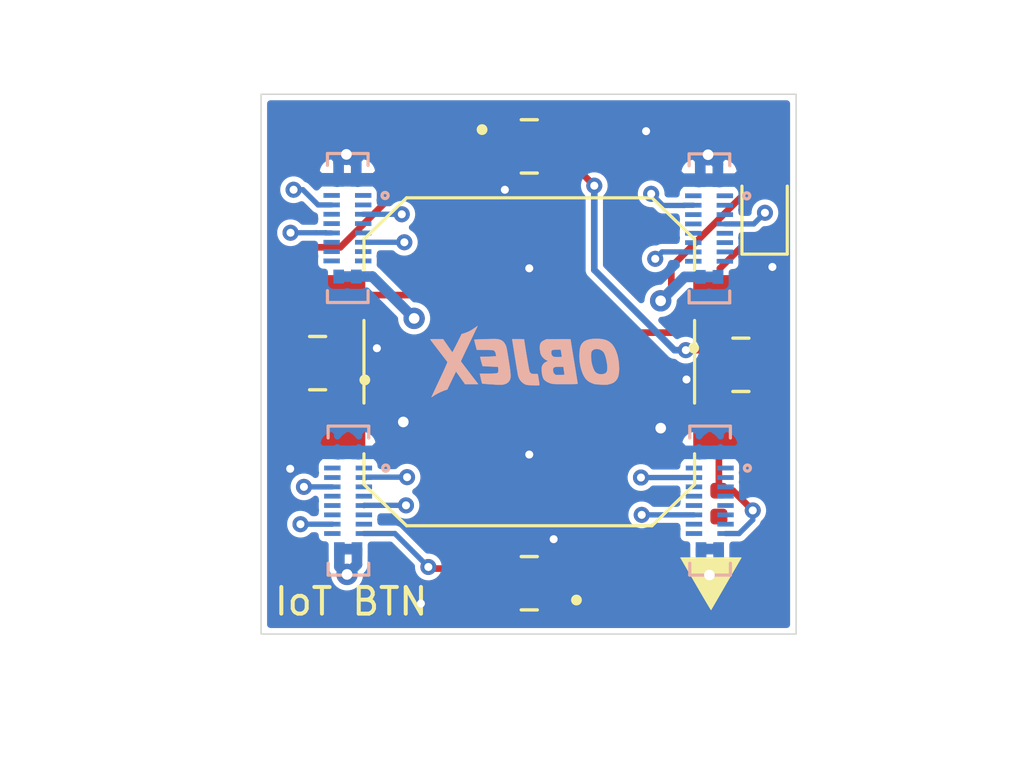
<source format=kicad_pcb>
(kicad_pcb (version 20171130) (host pcbnew "(5.1.5)-3")

  (general
    (thickness 1.6)
    (drawings 39)
    (tracks 226)
    (zones 0)
    (modules 18)
    (nets 76)
  )

  (page A4)
  (layers
    (0 "(TOP)-RF_and_signals" signal)
    (31 "(BOTTOM)-Signals" signal)
    (32 B.Adhes user)
    (33 F.Adhes user)
    (34 B.Paste user)
    (35 F.Paste user)
    (36 B.SilkS user)
    (37 F.SilkS user)
    (38 B.Mask user)
    (39 F.Mask user)
    (40 Dwgs.User user)
    (41 Cmts.User user)
    (42 Eco1.User user)
    (43 Eco2.User user)
    (44 Edge.Cuts user)
    (45 Margin user)
    (46 B.CrtYd user)
    (47 F.CrtYd user)
    (48 B.Fab user hide)
    (49 F.Fab user hide)
  )

  (setup
    (last_trace_width 0.2)
    (user_trace_width 0.2)
    (user_trace_width 0.3)
    (user_trace_width 0.4)
    (user_trace_width 0.5)
    (trace_clearance 0.153)
    (zone_clearance 0.2)
    (zone_45_only no)
    (trace_min 0.2)
    (via_size 0.8)
    (via_drill 0.4)
    (via_min_size 0.4)
    (via_min_drill 0.3)
    (user_via 0.6 0.3)
    (uvia_size 0.3)
    (uvia_drill 0.1)
    (uvias_allowed no)
    (uvia_min_size 0.2)
    (uvia_min_drill 0.1)
    (edge_width 0.05)
    (segment_width 0.2)
    (pcb_text_width 0.3)
    (pcb_text_size 1.5 1.5)
    (mod_edge_width 0.12)
    (mod_text_size 1 1)
    (mod_text_width 0.15)
    (pad_size 1.524 1.524)
    (pad_drill 0.762)
    (pad_to_mask_clearance 0.051)
    (solder_mask_min_width 0.25)
    (aux_axis_origin 0 0)
    (visible_elements 7FFFFF7F)
    (pcbplotparams
      (layerselection 0x010f0_ffffffff)
      (usegerberextensions true)
      (usegerberattributes false)
      (usegerberadvancedattributes false)
      (creategerberjobfile false)
      (excludeedgelayer true)
      (linewidth 0.100000)
      (plotframeref false)
      (viasonmask false)
      (mode 1)
      (useauxorigin false)
      (hpglpennumber 1)
      (hpglpenspeed 20)
      (hpglpendiameter 15.000000)
      (psnegative false)
      (psa4output false)
      (plotreference true)
      (plotvalue true)
      (plotinvisibletext false)
      (padsonsilk false)
      (subtractmaskfromsilk false)
      (outputformat 1)
      (mirror false)
      (drillshape 0)
      (scaleselection 1)
      (outputdirectory "Gerbers/"))
  )

  (net 0 "")
  (net 1 GND)
  (net 2 +3V3)
  (net 3 +5V)
  (net 4 IO23)
  (net 5 IO25)
  (net 6 IO26)
  (net 7 IO15)
  (net 8 IO27)
  (net 9 "Net-(J2-Pad5)")
  (net 10 "Net-(J2-Pad7)")
  (net 11 "Net-(J2-Pad11)")
  (net 12 "Net-(J2-Pad15)")
  (net 13 "Net-(J2-Pad13)")
  (net 14 "Net-(J1-Pad3)")
  (net 15 "Net-(J1-Pad5)")
  (net 16 "Net-(J1-Pad7)")
  (net 17 "Net-(J1-Pad11)")
  (net 18 "Net-(J1-Pad15)")
  (net 19 "Net-(D1-Pad2)")
  (net 20 "Net-(J3-Pad3)")
  (net 21 "Net-(J3-Pad5)")
  (net 22 "Net-(J3-Pad7)")
  (net 23 "Net-(J3-Pad11)")
  (net 24 "Net-(J3-Pad15)")
  (net 25 "Net-(J3-Pad13)")
  (net 26 "Net-(J4-Pad3)")
  (net 27 "Net-(J4-Pad5)")
  (net 28 "Net-(J4-Pad7)")
  (net 29 "Net-(J4-Pad9)")
  (net 30 "Net-(J4-Pad11)")
  (net 31 "Net-(J4-Pad15)")
  (net 32 "Net-(J4-Pad13)")
  (net 33 "Net-(J2-Pad16)")
  (net 34 "Net-(J2-Pad4)")
  (net 35 "Net-(J2-Pad10)")
  (net 36 "Net-(J2-Pad6)")
  (net 37 "Net-(J2-Pad2)")
  (net 38 "Net-(J2-Pad1)")
  (net 39 "Net-(J2-Pad12)")
  (net 40 "Net-(J1-Pad2)")
  (net 41 "Net-(J1-Pad8)")
  (net 42 "Net-(J1-Pad6)")
  (net 43 "Net-(J1-Pad12)")
  (net 44 "Net-(J1-Pad9)")
  (net 45 "Net-(J1-Pad10)")
  (net 46 "Net-(J1-Pad14)")
  (net 47 "Net-(J3-Pad1)")
  (net 48 "Net-(J3-Pad2)")
  (net 49 "Net-(J3-Pad4)")
  (net 50 "Net-(J3-Pad6)")
  (net 51 "Net-(J3-Pad12)")
  (net 52 "Net-(J3-Pad16)")
  (net 53 "Net-(J3-Pad10)")
  (net 54 "Net-(J3-Pad14)")
  (net 55 "Net-(J4-Pad1)")
  (net 56 "Net-(J4-Pad2)")
  (net 57 "Net-(J4-Pad4)")
  (net 58 "Net-(J4-Pad6)")
  (net 59 "Net-(J4-Pad12)")
  (net 60 "Net-(J4-Pad16)")
  (net 61 "Net-(J4-Pad10)")
  (net 62 "Net-(J4-Pad14)")
  (net 63 "Net-(J1-Pad4)")
  (net 64 "Net-(J1-Pad16)")
  (net 65 "Net-(J2-Pad14)")
  (net 66 "Net-(J2-Pad9)")
  (net 67 "Net-(J3-Pad8)")
  (net 68 RGB-OUT)
  (net 69 VCC)
  (net 70 "Net-(U1-Pad1)")
  (net 71 "Net-(U2-Pad3)")
  (net 72 "Net-(U2-Pad1)")
  (net 73 "Net-(U4-Pad1)")
  (net 74 "Net-(U5-Pad3)")
  (net 75 "Net-(U5-Pad2)")

  (net_class Default "This is the default net class."
    (clearance 0.153)
    (trace_width 0.25)
    (via_dia 0.8)
    (via_drill 0.4)
    (uvia_dia 0.3)
    (uvia_drill 0.1)
    (add_net +3V3)
    (add_net +5V)
    (add_net GND)
    (add_net IO15)
    (add_net IO23)
    (add_net IO25)
    (add_net IO26)
    (add_net IO27)
    (add_net "Net-(D1-Pad2)")
    (add_net "Net-(J1-Pad10)")
    (add_net "Net-(J1-Pad11)")
    (add_net "Net-(J1-Pad12)")
    (add_net "Net-(J1-Pad14)")
    (add_net "Net-(J1-Pad15)")
    (add_net "Net-(J1-Pad16)")
    (add_net "Net-(J1-Pad2)")
    (add_net "Net-(J1-Pad3)")
    (add_net "Net-(J1-Pad4)")
    (add_net "Net-(J1-Pad5)")
    (add_net "Net-(J1-Pad6)")
    (add_net "Net-(J1-Pad7)")
    (add_net "Net-(J1-Pad8)")
    (add_net "Net-(J1-Pad9)")
    (add_net "Net-(J2-Pad1)")
    (add_net "Net-(J2-Pad10)")
    (add_net "Net-(J2-Pad11)")
    (add_net "Net-(J2-Pad12)")
    (add_net "Net-(J2-Pad13)")
    (add_net "Net-(J2-Pad14)")
    (add_net "Net-(J2-Pad15)")
    (add_net "Net-(J2-Pad16)")
    (add_net "Net-(J2-Pad2)")
    (add_net "Net-(J2-Pad4)")
    (add_net "Net-(J2-Pad5)")
    (add_net "Net-(J2-Pad6)")
    (add_net "Net-(J2-Pad7)")
    (add_net "Net-(J2-Pad9)")
    (add_net "Net-(J3-Pad1)")
    (add_net "Net-(J3-Pad10)")
    (add_net "Net-(J3-Pad11)")
    (add_net "Net-(J3-Pad12)")
    (add_net "Net-(J3-Pad13)")
    (add_net "Net-(J3-Pad14)")
    (add_net "Net-(J3-Pad15)")
    (add_net "Net-(J3-Pad16)")
    (add_net "Net-(J3-Pad2)")
    (add_net "Net-(J3-Pad3)")
    (add_net "Net-(J3-Pad4)")
    (add_net "Net-(J3-Pad5)")
    (add_net "Net-(J3-Pad6)")
    (add_net "Net-(J3-Pad7)")
    (add_net "Net-(J3-Pad8)")
    (add_net "Net-(J4-Pad1)")
    (add_net "Net-(J4-Pad10)")
    (add_net "Net-(J4-Pad11)")
    (add_net "Net-(J4-Pad12)")
    (add_net "Net-(J4-Pad13)")
    (add_net "Net-(J4-Pad14)")
    (add_net "Net-(J4-Pad15)")
    (add_net "Net-(J4-Pad16)")
    (add_net "Net-(J4-Pad2)")
    (add_net "Net-(J4-Pad3)")
    (add_net "Net-(J4-Pad4)")
    (add_net "Net-(J4-Pad5)")
    (add_net "Net-(J4-Pad6)")
    (add_net "Net-(J4-Pad7)")
    (add_net "Net-(J4-Pad9)")
    (add_net "Net-(U1-Pad1)")
    (add_net "Net-(U2-Pad1)")
    (add_net "Net-(U2-Pad3)")
    (add_net "Net-(U4-Pad1)")
    (add_net "Net-(U5-Pad2)")
    (add_net "Net-(U5-Pad3)")
    (add_net RGB-OUT)
    (add_net VCC)
  )

  (module KicadLibrary:arrowTiny (layer "(TOP)-RF_and_signals") (tedit 0) (tstamp 60A2A86F)
    (at 150.8252 103.5304)
    (fp_text reference G*** (at 0 0) (layer F.SilkS) hide
      (effects (font (size 1.524 1.524) (thickness 0.3)))
    )
    (fp_text value LOGO (at 0.75 0) (layer F.SilkS) hide
      (effects (font (size 1.524 1.524) (thickness 0.3)))
    )
    (fp_poly (pts (xy 0.190613 -0.994214) (xy 0.344706 -0.993979) (xy 0.487549 -0.9936) (xy 0.583397 -0.993224)
      (xy 1.155069 -0.9906) (xy 0.587106 -0.01016) (xy 0.511802 0.119831) (xy 0.439294 0.244994)
      (xy 0.370239 0.364193) (xy 0.305293 0.476297) (xy 0.245114 0.580171) (xy 0.190357 0.674682)
      (xy 0.141679 0.758697) (xy 0.099738 0.831083) (xy 0.06519 0.890705) (xy 0.03869 0.936432)
      (xy 0.020897 0.967128) (xy 0.012467 0.981662) (xy 0.011896 0.982642) (xy 0.005831 0.975829)
      (xy -0.009854 0.952177) (xy -0.034685 0.912485) (xy -0.06819 0.85755) (xy -0.109894 0.78817)
      (xy -0.159325 0.705141) (xy -0.216008 0.609262) (xy -0.27947 0.501331) (xy -0.349237 0.382144)
      (xy -0.424837 0.2525) (xy -0.505796 0.113196) (xy -0.570127 0.002202) (xy -1.144903 -0.9906)
      (xy -0.566589 -0.993224) (xy -0.434254 -0.993711) (xy -0.287165 -0.994053) (xy -0.130523 -0.994251)
      (xy 0.03047 -0.994305) (xy 0.190613 -0.994214)) (layer F.SilkS) (width 0.01))
  )

  (module KicadLibrary:logov2-mini (layer "(BOTTOM)-Signals") (tedit 0) (tstamp 60A2A7A1)
    (at 143.9418 95.2754 180)
    (fp_text reference G*** (at 0 0) (layer B.SilkS) hide
      (effects (font (size 1.524 1.524) (thickness 0.3)) (justify mirror))
    )
    (fp_text value LOGO (at 0.75 0) (layer B.SilkS) hide
      (effects (font (size 1.524 1.524) (thickness 0.3)) (justify mirror))
    )
    (fp_poly (pts (xy -1.304594 0.925438) (xy -1.183545 0.924622) (xy -1.171575 0.924524) (xy -0.71755 0.92075)
      (xy -0.637645 0.883853) (xy -0.571551 0.847731) (xy -0.524018 0.806845) (xy -0.492942 0.757032)
      (xy -0.47622 0.694127) (xy -0.471747 0.613968) (xy -0.473834 0.559588) (xy -0.479662 0.496864)
      (xy -0.48872 0.434831) (xy -0.499379 0.383943) (xy -0.503325 0.37027) (xy -0.53796 0.298537)
      (xy -0.591691 0.230097) (xy -0.65845 0.171711) (xy -0.709483 0.140545) (xy -0.780322 0.104725)
      (xy -0.713459 0.075961) (xy -0.640091 0.031941) (xy -0.585266 -0.027995) (xy -0.551014 -0.101435)
      (xy -0.54554 -0.123349) (xy -0.538762 -0.186784) (xy -0.540336 -0.263186) (xy -0.549127 -0.345477)
      (xy -0.564 -0.426579) (xy -0.583818 -0.499415) (xy -0.607446 -0.556906) (xy -0.617894 -0.574286)
      (xy -0.668293 -0.627914) (xy -0.7403 -0.676469) (xy -0.830276 -0.717688) (xy -0.870511 -0.731623)
      (xy -0.896158 -0.739548) (xy -0.920049 -0.745959) (xy -0.945131 -0.751018) (xy -0.974354 -0.754883)
      (xy -1.010665 -0.757716) (xy -1.057013 -0.759676) (xy -1.116347 -0.760924) (xy -1.191615 -0.76162)
      (xy -1.285765 -0.761925) (xy -1.401745 -0.761998) (xy -1.429234 -0.762) (xy -1.555178 -0.76182)
      (xy -1.657705 -0.761235) (xy -1.738798 -0.760177) (xy -1.800438 -0.758578) (xy -1.844608 -0.756371)
      (xy -1.873289 -0.753486) (xy -1.888463 -0.749857) (xy -1.892222 -0.746125) (xy -1.890202 -0.731144)
      (xy -1.884399 -0.693239) (xy -1.875158 -0.634547) (xy -1.862822 -0.557205) (xy -1.847736 -0.463352)
      (xy -1.837374 -0.399243) (xy -1.397 -0.399243) (xy -1.393785 -0.407465) (xy -1.38158 -0.413098)
      (xy -1.356544 -0.416603) (xy -1.314837 -0.418442) (xy -1.25262 -0.419075) (xy -1.231714 -0.4191)
      (xy -1.066427 -0.4191) (xy -1.021235 -0.377683) (xy -0.995145 -0.350882) (xy -0.980279 -0.324621)
      (xy -0.972309 -0.288992) (xy -0.968943 -0.257982) (xy -0.965868 -0.213842) (xy -0.968125 -0.18632)
      (xy -0.977897 -0.166828) (xy -0.997127 -0.146998) (xy -1.012859 -0.133499) (xy -1.02901 -0.124339)
      (xy -1.050637 -0.11868) (xy -1.082799 -0.11568) (xy -1.130555 -0.1145) (xy -1.194062 -0.1143)
      (xy -1.355714 -0.1143) (xy -1.376357 -0.246843) (xy -1.384938 -0.303743) (xy -1.391774 -0.352519)
      (xy -1.396021 -0.386925) (xy -1.397 -0.399243) (xy -1.837374 -0.399243) (xy -1.830243 -0.355125)
      (xy -1.810687 -0.234662) (xy -1.789413 -0.104101) (xy -1.766764 0.034422) (xy -1.758877 0.08255)
      (xy -1.735841 0.223295) (xy -1.72721 0.276225) (xy -1.295305 0.276225) (xy -1.293009 0.266786)
      (xy -1.28327 0.260452) (xy -1.261954 0.256617) (xy -1.224929 0.254679) (xy -1.168061 0.254033)
      (xy -1.143201 0.254) (xy -1.078578 0.254241) (xy -1.03397 0.255625) (xy -1.003992 0.259144)
      (xy -0.983259 0.265791) (xy -0.966386 0.276558) (xy -0.951452 0.289337) (xy -0.922573 0.32287)
      (xy -0.908199 0.363635) (xy -0.905235 0.383832) (xy -0.901894 0.437158) (xy -0.907641 0.476296)
      (xy -0.925466 0.503355) (xy -0.958358 0.520443) (xy -1.009306 0.529671) (xy -1.081299 0.533148)
      (xy -1.117189 0.5334) (xy -1.255282 0.5334) (xy -1.262397 0.498475) (xy -1.27007 0.457072)
      (xy -1.278362 0.406602) (xy -1.286092 0.355051) (xy -1.292077 0.310403) (xy -1.295134 0.280643)
      (xy -1.295305 0.276225) (xy -1.72721 0.276225) (xy -1.714067 0.356815) (xy -1.693897 0.480971)
      (xy -1.675676 0.593624) (xy -1.659747 0.692633) (xy -1.646456 0.775859) (xy -1.636144 0.841162)
      (xy -1.629157 0.886402) (xy -1.625838 0.909439) (xy -1.625606 0.911824) (xy -1.621189 0.916257)
      (xy -1.606518 0.919762) (xy -1.579456 0.922397) (xy -1.537869 0.924222) (xy -1.47962 0.925298)
      (xy -1.402573 0.925683) (xy -1.304594 0.925438)) (layer B.SilkS) (width 0.01))
    (fp_poly (pts (xy 1.275914 0.931166) (xy 1.344167 0.92989) (xy 1.422844 0.928059) (xy 1.508199 0.925789)
      (xy 1.596488 0.923199) (xy 1.683966 0.920405) (xy 1.766887 0.917526) (xy 1.841506 0.914678)
      (xy 1.904078 0.911979) (xy 1.950859 0.909546) (xy 1.978102 0.907498) (xy 1.983438 0.906556)
      (xy 1.983752 0.892999) (xy 1.978187 0.860016) (xy 1.96774 0.812633) (xy 1.954145 0.758655)
      (xy 1.93769 0.696611) (xy 1.922391 0.638826) (xy 1.910156 0.592515) (xy 1.903792 0.568325)
      (xy 1.89132 0.5207) (xy 1.590185 0.520513) (xy 1.480837 0.519939) (xy 1.395104 0.518311)
      (xy 1.33122 0.515544) (xy 1.287418 0.511555) (xy 1.261932 0.506258) (xy 1.257995 0.50461)
      (xy 1.219584 0.471585) (xy 1.190965 0.418213) (xy 1.174198 0.348341) (xy 1.174165 0.348094)
      (xy 1.165663 0.283438) (xy 1.309906 0.275127) (xy 1.386078 0.271588) (xy 1.474416 0.268787)
      (xy 1.561688 0.267092) (xy 1.609725 0.266758) (xy 1.679313 0.266016) (xy 1.726415 0.263654)
      (xy 1.753909 0.259377) (xy 1.764673 0.25289) (xy 1.765088 0.250825) (xy 1.761761 0.231902)
      (xy 1.753039 0.195255) (xy 1.740483 0.146542) (xy 1.725653 0.091422) (xy 1.710111 0.035554)
      (xy 1.695417 -0.015406) (xy 1.683131 -0.055798) (xy 1.674816 -0.079964) (xy 1.672687 -0.084145)
      (xy 1.65847 -0.086652) (xy 1.622598 -0.08973) (xy 1.568804 -0.093153) (xy 1.500819 -0.096697)
      (xy 1.422376 -0.100134) (xy 1.3843 -0.1016) (xy 1.302583 -0.104791) (xy 1.229852 -0.107978)
      (xy 1.169783 -0.11097) (xy 1.126052 -0.113578) (xy 1.102334 -0.115613) (xy 1.099156 -0.116306)
      (xy 1.095132 -0.130175) (xy 1.088705 -0.161557) (xy 1.083124 -0.192849) (xy 1.078756 -0.26173)
      (xy 1.091395 -0.313646) (xy 1.120675 -0.34749) (xy 1.136904 -0.355696) (xy 1.159036 -0.359349)
      (xy 1.202781 -0.362561) (xy 1.264355 -0.365192) (xy 1.339973 -0.3671) (xy 1.425849 -0.368144)
      (xy 1.475403 -0.3683) (xy 1.780753 -0.3683) (xy 1.773713 -0.396875) (xy 1.768294 -0.420104)
      (xy 1.758764 -0.462142) (xy 1.746474 -0.516995) (xy 1.732955 -0.57785) (xy 1.719358 -0.637079)
      (xy 1.70697 -0.687007) (xy 1.697122 -0.722526) (xy 1.691147 -0.738529) (xy 1.690993 -0.738706)
      (xy 1.676085 -0.742278) (xy 1.639861 -0.746855) (xy 1.586374 -0.752152) (xy 1.519673 -0.757884)
      (xy 1.443812 -0.763766) (xy 1.36284 -0.769513) (xy 1.280811 -0.77484) (xy 1.201775 -0.779462)
      (xy 1.129783 -0.783094) (xy 1.068889 -0.785451) (xy 1.023142 -0.786248) (xy 1.016 -0.786192)
      (xy 0.961412 -0.783963) (xy 0.909916 -0.779413) (xy 0.872712 -0.773536) (xy 0.784884 -0.742415)
      (xy 0.715635 -0.694427) (xy 0.663874 -0.628776) (xy 0.656813 -0.61595) (xy 0.643001 -0.585052)
      (xy 0.632809 -0.550489) (xy 0.626363 -0.509904) (xy 0.623789 -0.460941) (xy 0.625214 -0.401243)
      (xy 0.630763 -0.328454) (xy 0.640563 -0.240218) (xy 0.654739 -0.134179) (xy 0.673417 -0.007979)
      (xy 0.696724 0.140736) (xy 0.697573 0.14605) (xy 0.717483 0.270107) (xy 0.734108 0.371888)
      (xy 0.748049 0.454217) (xy 0.759907 0.51992) (xy 0.770286 0.571821) (xy 0.779786 0.612745)
      (xy 0.789009 0.645517) (xy 0.798558 0.672962) (xy 0.809035 0.697904) (xy 0.820164 0.721384)
      (xy 0.870127 0.801064) (xy 0.933013 0.860882) (xy 1.010666 0.901898) (xy 1.104928 0.925173)
      (xy 1.18566 0.931579) (xy 1.22183 0.931768) (xy 1.275914 0.931166)) (layer B.SilkS) (width 0.01))
    (fp_poly (pts (xy -2.458127 0.933812) (xy -2.334347 0.916716) (xy -2.230801 0.887399) (xy -2.146125 0.845185)
      (xy -2.078958 0.7894) (xy -2.027938 0.719369) (xy -1.992308 0.636314) (xy -1.977957 0.574865)
      (xy -1.967074 0.494574) (xy -1.959953 0.4018) (xy -1.95689 0.302901) (xy -1.958181 0.204236)
      (xy -1.96412 0.112165) (xy -1.966805 0.087181) (xy -1.990731 -0.063843) (xy -2.024853 -0.205505)
      (xy -2.067937 -0.334502) (xy -2.118749 -0.447529) (xy -2.176057 -0.541281) (xy -2.221923 -0.596306)
      (xy -2.295962 -0.65733) (xy -2.389531 -0.710124) (xy -2.497322 -0.751788) (xy -2.517543 -0.757802)
      (xy -2.551356 -0.764089) (xy -2.603967 -0.769975) (xy -2.669682 -0.775207) (xy -2.742807 -0.779533)
      (xy -2.817647 -0.782699) (xy -2.888509 -0.784453) (xy -2.9497 -0.784541) (xy -2.995524 -0.78271)
      (xy -3.01625 -0.779958) (xy -3.100846 -0.758244) (xy -3.165837 -0.737549) (xy -3.216774 -0.715378)
      (xy -3.25921 -0.689233) (xy -3.298694 -0.656617) (xy -3.306273 -0.649528) (xy -3.356144 -0.592436)
      (xy -3.394068 -0.525686) (xy -3.420997 -0.446031) (xy -3.437884 -0.350225) (xy -3.445679 -0.235023)
      (xy -3.44647 -0.17145) (xy -3.443924 -0.112441) (xy -3.00526 -0.112441) (xy -3.004828 -0.199924)
      (xy -2.992798 -0.268692) (xy -2.969143 -0.320053) (xy -2.96211 -0.329474) (xy -2.922654 -0.360141)
      (xy -2.865882 -0.381185) (xy -2.798427 -0.391453) (xy -2.726917 -0.389791) (xy -2.67335 -0.379682)
      (xy -2.617144 -0.357361) (xy -2.569159 -0.321965) (xy -2.527685 -0.27095) (xy -2.491012 -0.201772)
      (xy -2.457428 -0.111885) (xy -2.430231 -0.018047) (xy -2.41354 0.059399) (xy -2.401686 0.14349)
      (xy -2.394826 0.228775) (xy -2.393115 0.309806) (xy -2.396708 0.381133) (xy -2.405762 0.437306)
      (xy -2.41639 0.466511) (xy -2.454104 0.510743) (xy -2.507512 0.540192) (xy -2.571656 0.554863)
      (xy -2.641581 0.554762) (xy -2.712328 0.539893) (xy -2.778941 0.510262) (xy -2.836247 0.466088)
      (xy -2.87049 0.424602) (xy -2.89983 0.372483) (xy -2.925753 0.305971) (xy -2.949745 0.221305)
      (xy -2.971438 0.123903) (xy -2.994121 -0.004934) (xy -3.00526 -0.112441) (xy -3.443924 -0.112441)
      (xy -3.43903 0.000955) (xy -3.417946 0.165949) (xy -3.384104 0.320579) (xy -3.338387 0.461891)
      (xy -3.281678 0.586932) (xy -3.214863 0.692748) (xy -3.172749 0.743162) (xy -3.098228 0.811297)
      (xy -3.015073 0.86373) (xy -2.920122 0.901554) (xy -2.810209 0.925858) (xy -2.682171 0.937734)
      (xy -2.6035 0.939362) (xy -2.458127 0.933812)) (layer B.SilkS) (width 0.01))
    (fp_poly (pts (xy 0.461929 0.263525) (xy 0.441361 0.134315) (xy 0.421333 0.010748) (xy 0.402299 -0.104528)
      (xy 0.384714 -0.208863) (xy 0.36903 -0.29961) (xy 0.355701 -0.374121) (xy 0.345181 -0.429748)
      (xy 0.337923 -0.463843) (xy 0.336244 -0.470178) (xy 0.296324 -0.565197) (xy 0.238476 -0.649318)
      (xy 0.166482 -0.718446) (xy 0.084126 -0.768492) (xy 0.047064 -0.782931) (xy 0.014064 -0.790081)
      (xy -0.03618 -0.796575) (xy -0.098618 -0.802202) (xy -0.168196 -0.806753) (xy -0.239864 -0.810018)
      (xy -0.30857 -0.811786) (xy -0.369262 -0.811849) (xy -0.416888 -0.809997) (xy -0.446396 -0.806018)
      (xy -0.45216 -0.803671) (xy -0.455756 -0.797456) (xy -0.45708 -0.783734) (xy -0.455798 -0.76008)
      (xy -0.451576 -0.724067) (xy -0.444079 -0.673267) (xy -0.432973 -0.605253) (xy -0.417924 -0.517598)
      (xy -0.398597 -0.407875) (xy -0.394326 -0.383836) (xy -0.3823 -0.382456) (xy -0.350721 -0.381779)
      (xy -0.305428 -0.381892) (xy -0.284468 -0.382183) (xy -0.215226 -0.38051) (xy -0.165327 -0.371054)
      (xy -0.129265 -0.35129) (xy -0.101531 -0.318692) (xy -0.086279 -0.29128) (xy -0.081124 -0.272637)
      (xy -0.072573 -0.231995) (xy -0.061141 -0.172454) (xy -0.047348 -0.097111) (xy -0.031708 -0.009066)
      (xy -0.014739 0.088583) (xy 0.003041 0.192738) (xy 0.021116 0.3003) (xy 0.038969 0.40817)
      (xy 0.056083 0.513251) (xy 0.07194 0.612443) (xy 0.086025 0.702648) (xy 0.097819 0.780768)
      (xy 0.106806 0.843704) (xy 0.112469 0.888358) (xy 0.1143 0.910862) (xy 0.119974 0.916949)
      (xy 0.13884 0.921411) (xy 0.173658 0.924447) (xy 0.227191 0.926255) (xy 0.3022 0.927033)
      (xy 0.340451 0.9271) (xy 0.566602 0.9271) (xy 0.461929 0.263525)) (layer B.SilkS) (width 0.01))
    (fp_poly (pts (xy 1.871792 1.414476) (xy 1.897969 1.396805) (xy 1.935088 1.370049) (xy 1.957512 1.353356)
      (xy 2.085195 1.268055) (xy 2.219905 1.197721) (xy 2.354563 1.145857) (xy 2.406656 1.131111)
      (xy 2.457463 1.118328) (xy 2.628718 0.775064) (xy 2.671743 0.68928) (xy 2.711272 0.611332)
      (xy 2.745865 0.543996) (xy 2.774077 0.490047) (xy 2.794468 0.452263) (xy 2.805594 0.433418)
      (xy 2.807092 0.4318) (xy 2.816001 0.441799) (xy 2.837179 0.469867) (xy 2.868548 0.513119)
      (xy 2.908029 0.568664) (xy 2.953543 0.633616) (xy 2.98508 0.679079) (xy 3.15595 0.926358)
      (xy 3.401174 0.926729) (xy 3.488629 0.92653) (xy 3.553292 0.925517) (xy 3.597764 0.923519)
      (xy 3.624647 0.920365) (xy 3.636539 0.915883) (xy 3.637006 0.911226) (xy 3.627432 0.897975)
      (xy 3.604057 0.866833) (xy 3.568581 0.820028) (xy 3.522702 0.759791) (xy 3.468121 0.68835)
      (xy 3.406536 0.607937) (xy 3.339646 0.52078) (xy 3.314842 0.488503) (xy 3.246474 0.399499)
      (xy 3.182797 0.316463) (xy 3.125513 0.241622) (xy 3.07632 0.177204) (xy 3.036918 0.125434)
      (xy 3.009008 0.088541) (xy 2.994287 0.068751) (xy 2.992551 0.066253) (xy 2.995932 0.051842)
      (xy 3.009596 0.016198) (xy 3.032805 -0.039028) (xy 3.064823 -0.112184) (xy 3.104916 -0.201617)
      (xy 3.152348 -0.305675) (xy 3.206381 -0.422705) (xy 3.266282 -0.551056) (xy 3.288725 -0.598832)
      (xy 3.345051 -0.718712) (xy 3.397902 -0.831528) (xy 3.446326 -0.935226) (xy 3.489369 -1.027747)
      (xy 3.526079 -1.107036) (xy 3.555503 -1.171036) (xy 3.576689 -1.217692) (xy 3.588683 -1.244946)
      (xy 3.591084 -1.251411) (xy 3.579882 -1.246108) (xy 3.553114 -1.229448) (xy 3.515979 -1.204707)
      (xy 3.5052 -1.197308) (xy 3.43811 -1.15538) (xy 3.355049 -1.110094) (xy 3.264339 -1.065511)
      (xy 3.174299 -1.025692) (xy 3.093252 -0.994698) (xy 3.082958 -0.991249) (xy 2.997266 -0.963151)
      (xy 2.892575 -0.7451) (xy 2.854644 -0.666159) (xy 2.815723 -0.585261) (xy 2.779004 -0.509038)
      (xy 2.747682 -0.444118) (xy 2.729664 -0.406859) (xy 2.671444 -0.286669) (xy 2.502472 -0.524334)
      (xy 2.3335 -0.762) (xy 1.83977 -0.762) (xy 1.864771 -0.727075) (xy 1.878009 -0.709371)
      (xy 1.904927 -0.674015) (xy 1.943655 -0.62344) (xy 1.992326 -0.560079) (xy 2.04907 -0.486364)
      (xy 2.112017 -0.404728) (xy 2.179299 -0.317604) (xy 2.189196 -0.3048) (xy 2.255815 -0.218292)
      (xy 2.31727 -0.137862) (xy 2.371877 -0.065762) (xy 2.41795 -0.004244) (xy 2.453805 0.044438)
      (xy 2.477756 0.078032) (xy 2.488118 0.094285) (xy 2.488412 0.09525) (xy 2.483008 0.108728)
      (xy 2.467529 0.142996) (xy 2.442957 0.195977) (xy 2.410272 0.265597) (xy 2.370456 0.349777)
      (xy 2.324492 0.446441) (xy 2.27336 0.553512) (xy 2.218041 0.668915) (xy 2.173281 0.762)
      (xy 2.115543 0.882078) (xy 2.061322 0.99516) (xy 2.011585 1.099207) (xy 1.967301 1.192177)
      (xy 1.929437 1.272032) (xy 1.898962 1.336731) (xy 1.876843 1.384233) (xy 1.864049 1.412498)
      (xy 1.861166 1.41988) (xy 1.871792 1.414476)) (layer B.SilkS) (width 0.01))
  )

  (module Capacitor_SMD:C_0402_1005Metric (layer "(TOP)-RF_and_signals") (tedit 5B301BBE) (tstamp 60A29549)
    (at 153.1112 92.9005 270)
    (descr "Capacitor SMD 0402 (1005 Metric), square (rectangular) end terminal, IPC_7351 nominal, (Body size source: http://www.tortai-tech.com/upload/download/2011102023233369053.pdf), generated with kicad-footprint-generator")
    (tags capacitor)
    (path /60A72B05)
    (attr smd)
    (fp_text reference C2 (at 0 -1.17 90) (layer F.Fab)
      (effects (font (size 1 1) (thickness 0.15)))
    )
    (fp_text value 0.1uF (at 0 1.17 90) (layer F.Fab)
      (effects (font (size 1 1) (thickness 0.15)))
    )
    (fp_line (start -0.5 0.25) (end -0.5 -0.25) (layer F.Fab) (width 0.1))
    (fp_line (start -0.5 -0.25) (end 0.5 -0.25) (layer F.Fab) (width 0.1))
    (fp_line (start 0.5 -0.25) (end 0.5 0.25) (layer F.Fab) (width 0.1))
    (fp_line (start 0.5 0.25) (end -0.5 0.25) (layer F.Fab) (width 0.1))
    (fp_line (start -0.93 0.47) (end -0.93 -0.47) (layer F.CrtYd) (width 0.05))
    (fp_line (start -0.93 -0.47) (end 0.93 -0.47) (layer F.CrtYd) (width 0.05))
    (fp_line (start 0.93 -0.47) (end 0.93 0.47) (layer F.CrtYd) (width 0.05))
    (fp_line (start 0.93 0.47) (end -0.93 0.47) (layer F.CrtYd) (width 0.05))
    (fp_text user %R (at 0 0 90) (layer F.Fab)
      (effects (font (size 0.25 0.25) (thickness 0.04)))
    )
    (pad 1 smd roundrect (at -0.485 0 270) (size 0.59 0.64) (layers "(TOP)-RF_and_signals" F.Paste F.Mask) (roundrect_rratio 0.25)
      (net 1 GND))
    (pad 2 smd roundrect (at 0.485 0 270) (size 0.59 0.64) (layers "(TOP)-RF_and_signals" F.Paste F.Mask) (roundrect_rratio 0.25)
      (net 2 +3V3))
    (model ${KISYS3DMOD}/Capacitor_SMD.3dshapes/C_0402_1005Metric.wrl
      (at (xyz 0 0 0))
      (scale (xyz 1 1 1))
      (rotate (xyz 0 0 0))
    )
  )

  (module Button_Switch_SMD:SW_Push_1P1T_NO_CK_PTS125Sx43PSMTR (layer "(TOP)-RF_and_signals") (tedit 6039369B) (tstamp 60394DD7)
    (at 144.018 95.1992)
    (descr "C&K Switches 1P1T SMD PTS125 Series 12mm Tact Switch with Pegs, https://www.ckswitches.com/media/1462/pts125.pdf")
    (tags "Button Tactile Switch SPST 1P1T")
    (path /6039830B)
    (attr smd)
    (fp_text reference SW1 (at 0 -7.3) (layer F.Fab)
      (effects (font (size 1 1) (thickness 0.15)))
    )
    (fp_text value SW_Push (at 0 7.1) (layer F.Fab)
      (effects (font (size 1 1) (thickness 0.15)))
    )
    (fp_line (start -6.2 3.45) (end -6.2 4.6) (layer F.SilkS) (width 0.12))
    (fp_line (start 6.2 3.45) (end 6.2 4.6) (layer F.SilkS) (width 0.12))
    (fp_line (start 6.2 -3.45) (end 6.2 -4.6) (layer F.SilkS) (width 0.12))
    (fp_line (start -6.2 -3.45) (end -6.2 -4.6) (layer F.SilkS) (width 0.12))
    (fp_line (start -4.6 6.15) (end 4.6 6.15) (layer F.SilkS) (width 0.12))
    (fp_line (start -4.6 -6.15) (end 4.6 -6.15) (layer F.SilkS) (width 0.12))
    (fp_line (start 4.6 6.15) (end 6.2 4.6) (layer F.SilkS) (width 0.12))
    (fp_line (start 6.2 -1.55) (end 6.2 1.55) (layer F.SilkS) (width 0.12))
    (fp_line (start 4.6 -6.15) (end 6.2 -4.6) (layer F.SilkS) (width 0.12))
    (fp_line (start -6.2 -4.6) (end -4.6 -6.15) (layer F.SilkS) (width 0.12))
    (fp_line (start -6.2 4.6) (end -4.6 6.15) (layer F.SilkS) (width 0.12))
    (fp_line (start -6.2 -1.55) (end -6.2 1.55) (layer F.SilkS) (width 0.12))
    (fp_line (start -4.5 6) (end -6 4.5) (layer F.Fab) (width 0.1))
    (fp_line (start 6 4.5) (end 4.5 6) (layer F.Fab) (width 0.1))
    (fp_line (start 4.5 -6) (end 6 -4.5) (layer F.Fab) (width 0.1))
    (fp_line (start -6 -4.5) (end -4.5 -6) (layer F.Fab) (width 0.1))
    (fp_line (start -8.4 6.25) (end -8.4 -6.25) (layer F.CrtYd) (width 0.05))
    (fp_line (start 8.4 6.25) (end -8.4 6.25) (layer F.CrtYd) (width 0.05))
    (fp_line (start 8.4 -6.25) (end 8.4 6.25) (layer F.CrtYd) (width 0.05))
    (fp_line (start -8.4 -6.25) (end 8.4 -6.25) (layer F.CrtYd) (width 0.05))
    (fp_circle (center 0 0) (end 3.5 0) (layer F.Fab) (width 0.1))
    (fp_line (start 4.5 -6) (end -4.5 -6) (layer F.Fab) (width 0.1))
    (fp_line (start 6 4.5) (end 6 -4.5) (layer F.Fab) (width 0.1))
    (fp_line (start -4.5 6) (end 4.5 6) (layer F.Fab) (width 0.1))
    (fp_line (start -6 -4.5) (end -6 4.5) (layer F.Fab) (width 0.1))
    (fp_text user %R (at 0 0) (layer F.Fab)
      (effects (font (size 1 1) (thickness 0.15)))
    )
    (pad 2 smd rect (at 7.15 2.5) (size 2 1.5) (layers "(TOP)-RF_and_signals" F.Paste F.Mask)
      (net 7 IO15))
    (pad 2 smd rect (at -7.15 2.5) (size 2 1.5) (layers "(TOP)-RF_and_signals" F.Paste F.Mask)
      (net 7 IO15))
    (pad 1 smd rect (at -7.15 -2.5) (size 2 1.5) (layers "(TOP)-RF_and_signals" F.Paste F.Mask)
      (net 2 +3V3))
    (pad 1 smd rect (at 7.15 -2.5) (size 2 1.5) (layers "(TOP)-RF_and_signals" F.Paste F.Mask)
      (net 2 +3V3))
    (model ${KISYS3DMOD}/Button_Switch_SMD.3dshapes/SW_Push_1P1T_NO_CK_PTS125Sx43PSMTR.wrl
      (at (xyz 0 0 0))
      (scale (xyz 1 1 1))
      (rotate (xyz 0 0 0))
    )
  )

  (module "Connector_Hirose:BM28B0.6-16DP-2-0.35V(51)" (layer "(BOTTOM)-Signals") (tedit 603695F7) (tstamp 60371288)
    (at 147.7899 90.1954 270)
    (path /60369C04)
    (fp_text reference J1 (at 0 -0.5 90) (layer B.Fab)
      (effects (font (size 1 1) (thickness 0.15)) (justify mirror))
    )
    (fp_text value "BM28B0.6-16DP_2-0.35V(51)" (at 0 0.5 90) (layer B.Fab)
      (effects (font (size 1 1) (thickness 0.15)) (justify mirror))
    )
    (fp_circle (center -1.2192 -4.38404) (end -1.19888 -4.43484) (layer B.SilkS) (width 0.12))
    (fp_line (start -2.3495 -2.2225) (end -2.794 -2.2225) (layer B.SilkS) (width 0.12))
    (fp_line (start -2.794 -2.2225) (end -2.794 -3.7465) (layer B.SilkS) (width 0.12))
    (fp_line (start -2.794 -3.7465) (end -2.3495 -3.7465) (layer B.SilkS) (width 0.12))
    (fp_line (start 2.3495 -3.7465) (end 2.794 -3.7465) (layer B.SilkS) (width 0.12))
    (fp_line (start 2.794 -2.2225) (end 2.3495 -2.2225) (layer B.SilkS) (width 0.12))
    (fp_line (start 2.794 -3.7465) (end 2.794 -2.2225) (layer B.SilkS) (width 0.12))
    (pad 1 smd rect (at -1.22174 -3.56362 270) (size 0.18 0.615) (layers "(BOTTOM)-Signals" B.Paste B.Mask)
      (net 5 IO25))
    (pad 18 smd rect (at -1.80916 -3.302 270) (size 0.52 0.4) (layers "(BOTTOM)-Signals" B.Paste B.Mask)
      (net 1 GND))
    (pad 2 smd rect (at -0.86524 -3.56362 270) (size 0.18 0.615) (layers "(BOTTOM)-Signals" B.Paste B.Mask)
      (net 40 "Net-(J1-Pad2)"))
    (pad 4 smd rect (at -0.16524 -3.56362 270) (size 0.18 0.615) (layers "(BOTTOM)-Signals" B.Paste B.Mask)
      (net 63 "Net-(J1-Pad4)"))
    (pad 3 smd rect (at -0.51524 -3.56362 270) (size 0.18 0.615) (layers "(BOTTOM)-Signals" B.Paste B.Mask)
      (net 14 "Net-(J1-Pad3)"))
    (pad 8 smd rect (at 1.23476 -3.56362 270) (size 0.18 0.615) (layers "(BOTTOM)-Signals" B.Paste B.Mask)
      (net 41 "Net-(J1-Pad8)"))
    (pad 6 smd rect (at 0.53476 -3.56362 270) (size 0.18 0.615) (layers "(BOTTOM)-Signals" B.Paste B.Mask)
      (net 42 "Net-(J1-Pad6)"))
    (pad 5 smd rect (at 0.18476 -3.56362 270) (size 0.18 0.615) (layers "(BOTTOM)-Signals" B.Paste B.Mask)
      (net 15 "Net-(J1-Pad5)"))
    (pad 7 smd rect (at 0.88476 -3.56362 270) (size 0.18 0.615) (layers "(BOTTOM)-Signals" B.Paste B.Mask)
      (net 16 "Net-(J1-Pad7)"))
    (pad 19 smd rect (at 1.82046 -3.30454 270) (size 0.52 0.4) (layers "(BOTTOM)-Signals" B.Paste B.Mask)
      (net 19 "Net-(D1-Pad2)"))
    (pad 17 smd rect (at -1.80916 -2.6416 90) (size 0.52 0.4) (layers "(BOTTOM)-Signals" B.Paste B.Mask)
      (net 1 GND))
    (pad 20 smd rect (at 1.82046 -2.64414 90) (size 0.52 0.4) (layers "(BOTTOM)-Signals" B.Paste B.Mask)
      (net 19 "Net-(D1-Pad2)"))
    (pad 12 smd rect (at 0.18476 -2.37998 270) (size 0.18 0.615) (layers "(BOTTOM)-Signals" B.Paste B.Mask)
      (net 43 "Net-(J1-Pad12)"))
    (pad 9 smd rect (at 1.23476 -2.37998 270) (size 0.18 0.615) (layers "(BOTTOM)-Signals" B.Paste B.Mask)
      (net 44 "Net-(J1-Pad9)"))
    (pad 11 smd rect (at 0.53476 -2.37998 270) (size 0.18 0.615) (layers "(BOTTOM)-Signals" B.Paste B.Mask)
      (net 17 "Net-(J1-Pad11)"))
    (pad 15 smd rect (at -0.86524 -2.37998 270) (size 0.18 0.615) (layers "(BOTTOM)-Signals" B.Paste B.Mask)
      (net 18 "Net-(J1-Pad15)"))
    (pad 16 smd rect (at -1.22174 -2.37998 270) (size 0.18 0.615) (layers "(BOTTOM)-Signals" B.Paste B.Mask)
      (net 64 "Net-(J1-Pad16)"))
    (pad 13 smd rect (at -0.16524 -2.37998 270) (size 0.18 0.615) (layers "(BOTTOM)-Signals" B.Paste B.Mask)
      (net 8 IO27))
    (pad 10 smd rect (at 0.88476 -2.37998 270) (size 0.18 0.615) (layers "(BOTTOM)-Signals" B.Paste B.Mask)
      (net 45 "Net-(J1-Pad10)"))
    (pad 14 smd rect (at -0.51524 -2.37998 270) (size 0.18 0.615) (layers "(BOTTOM)-Signals" B.Paste B.Mask)
      (net 46 "Net-(J1-Pad14)"))
    (model E:/KicadLibrary/3D/BM28-16DP.stp
      (offset (xyz 0 -2.95 0))
      (scale (xyz 1 1 1))
      (rotate (xyz 0 0 0))
    )
  )

  (module "Connector_Hirose:BM28B0.6-16DP-2-0.35V(51)" (layer "(BOTTOM)-Signals") (tedit 603695F7) (tstamp 60394D20)
    (at 147.8153 100.4062 270)
    (path /6037FDEF)
    (fp_text reference J2 (at 0 -0.5 90) (layer B.Fab)
      (effects (font (size 1 1) (thickness 0.15)) (justify mirror))
    )
    (fp_text value "BM28B0.6-16DP_2-0.35V(51)" (at 0 0.5 90) (layer B.Fab)
      (effects (font (size 1 1) (thickness 0.15)) (justify mirror))
    )
    (fp_line (start 2.794 -3.7465) (end 2.794 -2.2225) (layer B.SilkS) (width 0.12))
    (fp_line (start 2.794 -2.2225) (end 2.3495 -2.2225) (layer B.SilkS) (width 0.12))
    (fp_line (start 2.3495 -3.7465) (end 2.794 -3.7465) (layer B.SilkS) (width 0.12))
    (fp_line (start -2.794 -3.7465) (end -2.3495 -3.7465) (layer B.SilkS) (width 0.12))
    (fp_line (start -2.794 -2.2225) (end -2.794 -3.7465) (layer B.SilkS) (width 0.12))
    (fp_line (start -2.3495 -2.2225) (end -2.794 -2.2225) (layer B.SilkS) (width 0.12))
    (fp_circle (center -1.2192 -4.38404) (end -1.19888 -4.43484) (layer B.SilkS) (width 0.12))
    (pad 14 smd rect (at -0.51524 -2.37998 270) (size 0.18 0.615) (layers "(BOTTOM)-Signals" B.Paste B.Mask)
      (net 65 "Net-(J2-Pad14)"))
    (pad 10 smd rect (at 0.88476 -2.37998 270) (size 0.18 0.615) (layers "(BOTTOM)-Signals" B.Paste B.Mask)
      (net 35 "Net-(J2-Pad10)"))
    (pad 13 smd rect (at -0.16524 -2.37998 270) (size 0.18 0.615) (layers "(BOTTOM)-Signals" B.Paste B.Mask)
      (net 13 "Net-(J2-Pad13)"))
    (pad 16 smd rect (at -1.22174 -2.37998 270) (size 0.18 0.615) (layers "(BOTTOM)-Signals" B.Paste B.Mask)
      (net 33 "Net-(J2-Pad16)"))
    (pad 15 smd rect (at -0.86524 -2.37998 270) (size 0.18 0.615) (layers "(BOTTOM)-Signals" B.Paste B.Mask)
      (net 12 "Net-(J2-Pad15)"))
    (pad 11 smd rect (at 0.53476 -2.37998 270) (size 0.18 0.615) (layers "(BOTTOM)-Signals" B.Paste B.Mask)
      (net 11 "Net-(J2-Pad11)"))
    (pad 9 smd rect (at 1.23476 -2.37998 270) (size 0.18 0.615) (layers "(BOTTOM)-Signals" B.Paste B.Mask)
      (net 66 "Net-(J2-Pad9)"))
    (pad 12 smd rect (at 0.18476 -2.37998 270) (size 0.18 0.615) (layers "(BOTTOM)-Signals" B.Paste B.Mask)
      (net 39 "Net-(J2-Pad12)"))
    (pad 20 smd rect (at 1.82046 -2.64414 90) (size 0.52 0.4) (layers "(BOTTOM)-Signals" B.Paste B.Mask)
      (net 19 "Net-(D1-Pad2)"))
    (pad 17 smd rect (at -1.80916 -2.6416 90) (size 0.52 0.4) (layers "(BOTTOM)-Signals" B.Paste B.Mask)
      (net 1 GND))
    (pad 19 smd rect (at 1.82046 -3.30454 270) (size 0.52 0.4) (layers "(BOTTOM)-Signals" B.Paste B.Mask)
      (net 19 "Net-(D1-Pad2)"))
    (pad 7 smd rect (at 0.88476 -3.56362 270) (size 0.18 0.615) (layers "(BOTTOM)-Signals" B.Paste B.Mask)
      (net 10 "Net-(J2-Pad7)"))
    (pad 5 smd rect (at 0.18476 -3.56362 270) (size 0.18 0.615) (layers "(BOTTOM)-Signals" B.Paste B.Mask)
      (net 9 "Net-(J2-Pad5)"))
    (pad 6 smd rect (at 0.53476 -3.56362 270) (size 0.18 0.615) (layers "(BOTTOM)-Signals" B.Paste B.Mask)
      (net 36 "Net-(J2-Pad6)"))
    (pad 8 smd rect (at 1.23476 -3.56362 270) (size 0.18 0.615) (layers "(BOTTOM)-Signals" B.Paste B.Mask)
      (net 7 IO15))
    (pad 3 smd rect (at -0.51524 -3.56362 270) (size 0.18 0.615) (layers "(BOTTOM)-Signals" B.Paste B.Mask)
      (net 6 IO26))
    (pad 4 smd rect (at -0.16524 -3.56362 270) (size 0.18 0.615) (layers "(BOTTOM)-Signals" B.Paste B.Mask)
      (net 34 "Net-(J2-Pad4)"))
    (pad 2 smd rect (at -0.86524 -3.56362 270) (size 0.18 0.615) (layers "(BOTTOM)-Signals" B.Paste B.Mask)
      (net 37 "Net-(J2-Pad2)"))
    (pad 18 smd rect (at -1.80916 -3.302 270) (size 0.52 0.4) (layers "(BOTTOM)-Signals" B.Paste B.Mask)
      (net 1 GND))
    (pad 1 smd rect (at -1.22174 -3.56362 270) (size 0.18 0.615) (layers "(BOTTOM)-Signals" B.Paste B.Mask)
      (net 38 "Net-(J2-Pad1)"))
    (model E:/KicadLibrary/3D/BM28-16DP.stp
      (offset (xyz 0 -2.95 0))
      (scale (xyz 1 1 1))
      (rotate (xyz 0 0 0))
    )
  )

  (module "Connector_Hirose:BM28B0.6-16DP-2-0.35V(51)" (layer "(BOTTOM)-Signals") (tedit 603695F7) (tstamp 60394D3F)
    (at 134.2263 90.1827 270)
    (path /6037E454)
    (fp_text reference J3 (at 0 -0.5 90) (layer B.Fab)
      (effects (font (size 1 1) (thickness 0.15)) (justify mirror))
    )
    (fp_text value "BM28B0.6-16DP_2-0.35V(51)" (at 0 0.5 90) (layer B.Fab)
      (effects (font (size 1 1) (thickness 0.15)) (justify mirror))
    )
    (fp_circle (center -1.2192 -4.38404) (end -1.19888 -4.43484) (layer B.SilkS) (width 0.12))
    (fp_line (start -2.3495 -2.2225) (end -2.794 -2.2225) (layer B.SilkS) (width 0.12))
    (fp_line (start -2.794 -2.2225) (end -2.794 -3.7465) (layer B.SilkS) (width 0.12))
    (fp_line (start -2.794 -3.7465) (end -2.3495 -3.7465) (layer B.SilkS) (width 0.12))
    (fp_line (start 2.3495 -3.7465) (end 2.794 -3.7465) (layer B.SilkS) (width 0.12))
    (fp_line (start 2.794 -2.2225) (end 2.3495 -2.2225) (layer B.SilkS) (width 0.12))
    (fp_line (start 2.794 -3.7465) (end 2.794 -2.2225) (layer B.SilkS) (width 0.12))
    (pad 1 smd rect (at -1.22174 -3.56362 270) (size 0.18 0.615) (layers "(BOTTOM)-Signals" B.Paste B.Mask)
      (net 47 "Net-(J3-Pad1)"))
    (pad 18 smd rect (at -1.80916 -3.302 270) (size 0.52 0.4) (layers "(BOTTOM)-Signals" B.Paste B.Mask)
      (net 1 GND))
    (pad 2 smd rect (at -0.86524 -3.56362 270) (size 0.18 0.615) (layers "(BOTTOM)-Signals" B.Paste B.Mask)
      (net 48 "Net-(J3-Pad2)"))
    (pad 4 smd rect (at -0.16524 -3.56362 270) (size 0.18 0.615) (layers "(BOTTOM)-Signals" B.Paste B.Mask)
      (net 49 "Net-(J3-Pad4)"))
    (pad 3 smd rect (at -0.51524 -3.56362 270) (size 0.18 0.615) (layers "(BOTTOM)-Signals" B.Paste B.Mask)
      (net 20 "Net-(J3-Pad3)"))
    (pad 8 smd rect (at 1.23476 -3.56362 270) (size 0.18 0.615) (layers "(BOTTOM)-Signals" B.Paste B.Mask)
      (net 67 "Net-(J3-Pad8)"))
    (pad 6 smd rect (at 0.53476 -3.56362 270) (size 0.18 0.615) (layers "(BOTTOM)-Signals" B.Paste B.Mask)
      (net 50 "Net-(J3-Pad6)"))
    (pad 5 smd rect (at 0.18476 -3.56362 270) (size 0.18 0.615) (layers "(BOTTOM)-Signals" B.Paste B.Mask)
      (net 21 "Net-(J3-Pad5)"))
    (pad 7 smd rect (at 0.88476 -3.56362 270) (size 0.18 0.615) (layers "(BOTTOM)-Signals" B.Paste B.Mask)
      (net 22 "Net-(J3-Pad7)"))
    (pad 19 smd rect (at 1.82046 -3.30454 270) (size 0.52 0.4) (layers "(BOTTOM)-Signals" B.Paste B.Mask)
      (net 3 +5V))
    (pad 17 smd rect (at -1.80916 -2.6416 90) (size 0.52 0.4) (layers "(BOTTOM)-Signals" B.Paste B.Mask)
      (net 1 GND))
    (pad 20 smd rect (at 1.82046 -2.64414 90) (size 0.52 0.4) (layers "(BOTTOM)-Signals" B.Paste B.Mask)
      (net 3 +5V))
    (pad 12 smd rect (at 0.18476 -2.37998 270) (size 0.18 0.615) (layers "(BOTTOM)-Signals" B.Paste B.Mask)
      (net 51 "Net-(J3-Pad12)"))
    (pad 9 smd rect (at 1.23476 -2.37998 270) (size 0.18 0.615) (layers "(BOTTOM)-Signals" B.Paste B.Mask)
      (net 4 IO23))
    (pad 11 smd rect (at 0.53476 -2.37998 270) (size 0.18 0.615) (layers "(BOTTOM)-Signals" B.Paste B.Mask)
      (net 23 "Net-(J3-Pad11)"))
    (pad 15 smd rect (at -0.86524 -2.37998 270) (size 0.18 0.615) (layers "(BOTTOM)-Signals" B.Paste B.Mask)
      (net 24 "Net-(J3-Pad15)"))
    (pad 16 smd rect (at -1.22174 -2.37998 270) (size 0.18 0.615) (layers "(BOTTOM)-Signals" B.Paste B.Mask)
      (net 52 "Net-(J3-Pad16)"))
    (pad 13 smd rect (at -0.16524 -2.37998 270) (size 0.18 0.615) (layers "(BOTTOM)-Signals" B.Paste B.Mask)
      (net 25 "Net-(J3-Pad13)"))
    (pad 10 smd rect (at 0.88476 -2.37998 270) (size 0.18 0.615) (layers "(BOTTOM)-Signals" B.Paste B.Mask)
      (net 53 "Net-(J3-Pad10)"))
    (pad 14 smd rect (at -0.51524 -2.37998 270) (size 0.18 0.615) (layers "(BOTTOM)-Signals" B.Paste B.Mask)
      (net 54 "Net-(J3-Pad14)"))
    (model E:/KicadLibrary/3D/BM28-16DP.stp
      (offset (xyz 0 -2.95 0))
      (scale (xyz 1 1 1))
      (rotate (xyz 0 0 0))
    )
  )

  (module "Connector_Hirose:BM28B0.6-16DP-2-0.35V(51)" (layer "(BOTTOM)-Signals") (tedit 603695F7) (tstamp 60394D5E)
    (at 134.2517 100.4062 270)
    (path /6038031D)
    (fp_text reference J4 (at 0 -0.5 90) (layer B.Fab)
      (effects (font (size 1 1) (thickness 0.15)) (justify mirror))
    )
    (fp_text value "BM28B0.6-16DP_2-0.35V(51)" (at 0 0.5 90) (layer B.Fab)
      (effects (font (size 1 1) (thickness 0.15)) (justify mirror))
    )
    (fp_circle (center -1.2192 -4.38404) (end -1.19888 -4.43484) (layer B.SilkS) (width 0.12))
    (fp_line (start -2.3495 -2.2225) (end -2.794 -2.2225) (layer B.SilkS) (width 0.12))
    (fp_line (start -2.794 -2.2225) (end -2.794 -3.7465) (layer B.SilkS) (width 0.12))
    (fp_line (start -2.794 -3.7465) (end -2.3495 -3.7465) (layer B.SilkS) (width 0.12))
    (fp_line (start 2.3495 -3.7465) (end 2.794 -3.7465) (layer B.SilkS) (width 0.12))
    (fp_line (start 2.794 -2.2225) (end 2.3495 -2.2225) (layer B.SilkS) (width 0.12))
    (fp_line (start 2.794 -3.7465) (end 2.794 -2.2225) (layer B.SilkS) (width 0.12))
    (pad 1 smd rect (at -1.22174 -3.56362 270) (size 0.18 0.615) (layers "(BOTTOM)-Signals" B.Paste B.Mask)
      (net 55 "Net-(J4-Pad1)"))
    (pad 18 smd rect (at -1.80916 -3.302 270) (size 0.52 0.4) (layers "(BOTTOM)-Signals" B.Paste B.Mask)
      (net 1 GND))
    (pad 2 smd rect (at -0.86524 -3.56362 270) (size 0.18 0.615) (layers "(BOTTOM)-Signals" B.Paste B.Mask)
      (net 56 "Net-(J4-Pad2)"))
    (pad 4 smd rect (at -0.16524 -3.56362 270) (size 0.18 0.615) (layers "(BOTTOM)-Signals" B.Paste B.Mask)
      (net 57 "Net-(J4-Pad4)"))
    (pad 3 smd rect (at -0.51524 -3.56362 270) (size 0.18 0.615) (layers "(BOTTOM)-Signals" B.Paste B.Mask)
      (net 26 "Net-(J4-Pad3)"))
    (pad 8 smd rect (at 1.23476 -3.56362 270) (size 0.18 0.615) (layers "(BOTTOM)-Signals" B.Paste B.Mask)
      (net 68 RGB-OUT))
    (pad 6 smd rect (at 0.53476 -3.56362 270) (size 0.18 0.615) (layers "(BOTTOM)-Signals" B.Paste B.Mask)
      (net 58 "Net-(J4-Pad6)"))
    (pad 5 smd rect (at 0.18476 -3.56362 270) (size 0.18 0.615) (layers "(BOTTOM)-Signals" B.Paste B.Mask)
      (net 27 "Net-(J4-Pad5)"))
    (pad 7 smd rect (at 0.88476 -3.56362 270) (size 0.18 0.615) (layers "(BOTTOM)-Signals" B.Paste B.Mask)
      (net 28 "Net-(J4-Pad7)"))
    (pad 19 smd rect (at 1.82046 -3.30454 270) (size 0.52 0.4) (layers "(BOTTOM)-Signals" B.Paste B.Mask)
      (net 69 VCC))
    (pad 17 smd rect (at -1.80916 -2.6416 90) (size 0.52 0.4) (layers "(BOTTOM)-Signals" B.Paste B.Mask)
      (net 1 GND))
    (pad 20 smd rect (at 1.82046 -2.64414 90) (size 0.52 0.4) (layers "(BOTTOM)-Signals" B.Paste B.Mask)
      (net 69 VCC))
    (pad 12 smd rect (at 0.18476 -2.37998 270) (size 0.18 0.615) (layers "(BOTTOM)-Signals" B.Paste B.Mask)
      (net 59 "Net-(J4-Pad12)"))
    (pad 9 smd rect (at 1.23476 -2.37998 270) (size 0.18 0.615) (layers "(BOTTOM)-Signals" B.Paste B.Mask)
      (net 29 "Net-(J4-Pad9)"))
    (pad 11 smd rect (at 0.53476 -2.37998 270) (size 0.18 0.615) (layers "(BOTTOM)-Signals" B.Paste B.Mask)
      (net 30 "Net-(J4-Pad11)"))
    (pad 15 smd rect (at -0.86524 -2.37998 270) (size 0.18 0.615) (layers "(BOTTOM)-Signals" B.Paste B.Mask)
      (net 31 "Net-(J4-Pad15)"))
    (pad 16 smd rect (at -1.22174 -2.37998 270) (size 0.18 0.615) (layers "(BOTTOM)-Signals" B.Paste B.Mask)
      (net 60 "Net-(J4-Pad16)"))
    (pad 13 smd rect (at -0.16524 -2.37998 270) (size 0.18 0.615) (layers "(BOTTOM)-Signals" B.Paste B.Mask)
      (net 32 "Net-(J4-Pad13)"))
    (pad 10 smd rect (at 0.88476 -2.37998 270) (size 0.18 0.615) (layers "(BOTTOM)-Signals" B.Paste B.Mask)
      (net 61 "Net-(J4-Pad10)"))
    (pad 14 smd rect (at -0.51524 -2.37998 270) (size 0.18 0.615) (layers "(BOTTOM)-Signals" B.Paste B.Mask)
      (net 62 "Net-(J4-Pad14)"))
    (model E:/KicadLibrary/3D/BM28-16DP.stp
      (offset (xyz 0 -2.95 0))
      (scale (xyz 1 1 1))
      (rotate (xyz 0 0 0))
    )
  )

  (module Capacitor_SMD:C_0402_1005Metric (layer "(TOP)-RF_and_signals") (tedit 5B301BBE) (tstamp 60A2953A)
    (at 135.0645 97.663 90)
    (descr "Capacitor SMD 0402 (1005 Metric), square (rectangular) end terminal, IPC_7351 nominal, (Body size source: http://www.tortai-tech.com/upload/download/2011102023233369053.pdf), generated with kicad-footprint-generator")
    (tags capacitor)
    (path /60A4F0D0)
    (attr smd)
    (fp_text reference C1 (at 0 -1.17 90) (layer F.Fab)
      (effects (font (size 1 1) (thickness 0.15)))
    )
    (fp_text value 0.1uF (at 0 1.17 90) (layer F.Fab)
      (effects (font (size 1 1) (thickness 0.15)))
    )
    (fp_line (start -0.5 0.25) (end -0.5 -0.25) (layer F.Fab) (width 0.1))
    (fp_line (start -0.5 -0.25) (end 0.5 -0.25) (layer F.Fab) (width 0.1))
    (fp_line (start 0.5 -0.25) (end 0.5 0.25) (layer F.Fab) (width 0.1))
    (fp_line (start 0.5 0.25) (end -0.5 0.25) (layer F.Fab) (width 0.1))
    (fp_line (start -0.93 0.47) (end -0.93 -0.47) (layer F.CrtYd) (width 0.05))
    (fp_line (start -0.93 -0.47) (end 0.93 -0.47) (layer F.CrtYd) (width 0.05))
    (fp_line (start 0.93 -0.47) (end 0.93 0.47) (layer F.CrtYd) (width 0.05))
    (fp_line (start 0.93 0.47) (end -0.93 0.47) (layer F.CrtYd) (width 0.05))
    (fp_text user %R (at 0 0 90) (layer F.Fab)
      (effects (font (size 0.25 0.25) (thickness 0.04)))
    )
    (pad 1 smd roundrect (at -0.485 0 90) (size 0.59 0.64) (layers "(TOP)-RF_and_signals" F.Paste F.Mask) (roundrect_rratio 0.25)
      (net 1 GND))
    (pad 2 smd roundrect (at 0.485 0 90) (size 0.59 0.64) (layers "(TOP)-RF_and_signals" F.Paste F.Mask) (roundrect_rratio 0.25)
      (net 2 +3V3))
    (model ${KISYS3DMOD}/Capacitor_SMD.3dshapes/C_0402_1005Metric.wrl
      (at (xyz 0 0 0))
      (scale (xyz 1 1 1))
      (rotate (xyz 0 0 0))
    )
  )

  (module Capacitor_SMD:C_0402_1005Metric (layer "(TOP)-RF_and_signals") (tedit 5B301BBE) (tstamp 60A29558)
    (at 141.351 104.267)
    (descr "Capacitor SMD 0402 (1005 Metric), square (rectangular) end terminal, IPC_7351 nominal, (Body size source: http://www.tortai-tech.com/upload/download/2011102023233369053.pdf), generated with kicad-footprint-generator")
    (tags capacitor)
    (path /60A64D87)
    (attr smd)
    (fp_text reference C3 (at 0 -1.17) (layer F.Fab)
      (effects (font (size 1 1) (thickness 0.15)))
    )
    (fp_text value 0.1uF (at 0 1.17) (layer F.Fab)
      (effects (font (size 1 1) (thickness 0.15)))
    )
    (fp_text user %R (at 0 0) (layer F.Fab)
      (effects (font (size 0.25 0.25) (thickness 0.04)))
    )
    (fp_line (start 0.93 0.47) (end -0.93 0.47) (layer F.CrtYd) (width 0.05))
    (fp_line (start 0.93 -0.47) (end 0.93 0.47) (layer F.CrtYd) (width 0.05))
    (fp_line (start -0.93 -0.47) (end 0.93 -0.47) (layer F.CrtYd) (width 0.05))
    (fp_line (start -0.93 0.47) (end -0.93 -0.47) (layer F.CrtYd) (width 0.05))
    (fp_line (start 0.5 0.25) (end -0.5 0.25) (layer F.Fab) (width 0.1))
    (fp_line (start 0.5 -0.25) (end 0.5 0.25) (layer F.Fab) (width 0.1))
    (fp_line (start -0.5 -0.25) (end 0.5 -0.25) (layer F.Fab) (width 0.1))
    (fp_line (start -0.5 0.25) (end -0.5 -0.25) (layer F.Fab) (width 0.1))
    (pad 2 smd roundrect (at 0.485 0) (size 0.59 0.64) (layers "(TOP)-RF_and_signals" F.Paste F.Mask) (roundrect_rratio 0.25)
      (net 2 +3V3))
    (pad 1 smd roundrect (at -0.485 0) (size 0.59 0.64) (layers "(TOP)-RF_and_signals" F.Paste F.Mask) (roundrect_rratio 0.25)
      (net 1 GND))
    (model ${KISYS3DMOD}/Capacitor_SMD.3dshapes/C_0402_1005Metric.wrl
      (at (xyz 0 0 0))
      (scale (xyz 1 1 1))
      (rotate (xyz 0 0 0))
    )
  )

  (module Capacitor_SMD:C_0402_1005Metric (layer "(TOP)-RF_and_signals") (tedit 5B301BBE) (tstamp 60A29567)
    (at 146.7485 86.5505 180)
    (descr "Capacitor SMD 0402 (1005 Metric), square (rectangular) end terminal, IPC_7351 nominal, (Body size source: http://www.tortai-tech.com/upload/download/2011102023233369053.pdf), generated with kicad-footprint-generator")
    (tags capacitor)
    (path /60A72B1D)
    (attr smd)
    (fp_text reference C4 (at 0 -1.17) (layer F.Fab)
      (effects (font (size 1 1) (thickness 0.15)))
    )
    (fp_text value 0.1uF (at 0 1.17) (layer F.Fab)
      (effects (font (size 1 1) (thickness 0.15)))
    )
    (fp_text user %R (at 0 0) (layer F.Fab)
      (effects (font (size 0.25 0.25) (thickness 0.04)))
    )
    (fp_line (start 0.93 0.47) (end -0.93 0.47) (layer F.CrtYd) (width 0.05))
    (fp_line (start 0.93 -0.47) (end 0.93 0.47) (layer F.CrtYd) (width 0.05))
    (fp_line (start -0.93 -0.47) (end 0.93 -0.47) (layer F.CrtYd) (width 0.05))
    (fp_line (start -0.93 0.47) (end -0.93 -0.47) (layer F.CrtYd) (width 0.05))
    (fp_line (start 0.5 0.25) (end -0.5 0.25) (layer F.Fab) (width 0.1))
    (fp_line (start 0.5 -0.25) (end 0.5 0.25) (layer F.Fab) (width 0.1))
    (fp_line (start -0.5 -0.25) (end 0.5 -0.25) (layer F.Fab) (width 0.1))
    (fp_line (start -0.5 0.25) (end -0.5 -0.25) (layer F.Fab) (width 0.1))
    (pad 2 smd roundrect (at 0.485 0 180) (size 0.59 0.64) (layers "(TOP)-RF_and_signals" F.Paste F.Mask) (roundrect_rratio 0.25)
      (net 2 +3V3))
    (pad 1 smd roundrect (at -0.485 0 180) (size 0.59 0.64) (layers "(TOP)-RF_and_signals" F.Paste F.Mask) (roundrect_rratio 0.25)
      (net 1 GND))
    (model ${KISYS3DMOD}/Capacitor_SMD.3dshapes/C_0402_1005Metric.wrl
      (at (xyz 0 0 0))
      (scale (xyz 1 1 1))
      (rotate (xyz 0 0 0))
    )
  )

  (module Diode_SMD:D_SOD-323 (layer "(TOP)-RF_and_signals") (tedit 58641739) (tstamp 60A2957F)
    (at 152.8445 89.662 90)
    (descr SOD-323)
    (tags SOD-323)
    (path /60A90F36)
    (attr smd)
    (fp_text reference D1 (at 0 -1.85 90) (layer F.Fab)
      (effects (font (size 1 1) (thickness 0.15)))
    )
    (fp_text value 1N4148WS (at 0.1 1.9 90) (layer F.Fab)
      (effects (font (size 1 1) (thickness 0.15)))
    )
    (fp_text user %R (at 0 -1.85 90) (layer F.Fab)
      (effects (font (size 1 1) (thickness 0.15)))
    )
    (fp_line (start -1.5 -0.85) (end -1.5 0.85) (layer F.SilkS) (width 0.12))
    (fp_line (start 0.2 0) (end 0.45 0) (layer F.Fab) (width 0.1))
    (fp_line (start 0.2 0.35) (end -0.3 0) (layer F.Fab) (width 0.1))
    (fp_line (start 0.2 -0.35) (end 0.2 0.35) (layer F.Fab) (width 0.1))
    (fp_line (start -0.3 0) (end 0.2 -0.35) (layer F.Fab) (width 0.1))
    (fp_line (start -0.3 0) (end -0.5 0) (layer F.Fab) (width 0.1))
    (fp_line (start -0.3 -0.35) (end -0.3 0.35) (layer F.Fab) (width 0.1))
    (fp_line (start -0.9 0.7) (end -0.9 -0.7) (layer F.Fab) (width 0.1))
    (fp_line (start 0.9 0.7) (end -0.9 0.7) (layer F.Fab) (width 0.1))
    (fp_line (start 0.9 -0.7) (end 0.9 0.7) (layer F.Fab) (width 0.1))
    (fp_line (start -0.9 -0.7) (end 0.9 -0.7) (layer F.Fab) (width 0.1))
    (fp_line (start -1.6 -0.95) (end 1.6 -0.95) (layer F.CrtYd) (width 0.05))
    (fp_line (start 1.6 -0.95) (end 1.6 0.95) (layer F.CrtYd) (width 0.05))
    (fp_line (start -1.6 0.95) (end 1.6 0.95) (layer F.CrtYd) (width 0.05))
    (fp_line (start -1.6 -0.95) (end -1.6 0.95) (layer F.CrtYd) (width 0.05))
    (fp_line (start -1.5 0.85) (end 1.05 0.85) (layer F.SilkS) (width 0.12))
    (fp_line (start -1.5 -0.85) (end 1.05 -0.85) (layer F.SilkS) (width 0.12))
    (pad 1 smd rect (at -1.05 0 90) (size 0.6 0.45) (layers "(TOP)-RF_and_signals" F.Paste F.Mask)
      (net 2 +3V3))
    (pad 2 smd rect (at 1.05 0 90) (size 0.6 0.45) (layers "(TOP)-RF_and_signals" F.Paste F.Mask)
      (net 19 "Net-(D1-Pad2)"))
    (model ${KISYS3DMOD}/Diode_SMD.3dshapes/D_SOD-323.wrl
      (at (xyz 0 0 0))
      (scale (xyz 1 1 1))
      (rotate (xyz 0 0 0))
    )
  )

  (module KicadLibrary:LED_WS2812-2020 (layer "(TOP)-RF_and_signals") (tedit 6076F124) (tstamp 60A29593)
    (at 144.018 103.505 180)
    (path /60A361B4)
    (fp_text reference U1 (at 1.17686 -2.09129) (layer F.Fab)
      (effects (font (size 1.00011 1.00011) (thickness 0.015)))
    )
    (fp_text value WS2812-2020 (at 7.355145 1.842715) (layer F.Fab)
      (effects (font (size 1.000591 1.000591) (thickness 0.015)))
    )
    (fp_line (start -1.1 -1) (end 1.1 -1) (layer F.Fab) (width 0.127))
    (fp_line (start 1.1 -1) (end 1.1 1) (layer F.Fab) (width 0.127))
    (fp_line (start 1.1 1) (end -1.1 1) (layer F.Fab) (width 0.127))
    (fp_line (start -1.1 1) (end -1.1 -1) (layer F.Fab) (width 0.127))
    (fp_line (start -1.515 1.25) (end 1.515 1.25) (layer F.CrtYd) (width 0.05))
    (fp_line (start 1.515 1.25) (end 1.515 -1.25) (layer F.CrtYd) (width 0.05))
    (fp_line (start 1.515 -1.25) (end -1.515 -1.25) (layer F.CrtYd) (width 0.05))
    (fp_line (start -1.515 -1.25) (end -1.515 1.25) (layer F.CrtYd) (width 0.05))
    (fp_circle (center -1.77 -0.63) (end -1.667044 -0.63) (layer F.Fab) (width 0.2))
    (fp_line (start -0.3 -1) (end 0.3 -1) (layer F.SilkS) (width 0.127))
    (fp_line (start -0.3 1) (end 0.3 1) (layer F.SilkS) (width 0.127))
    (fp_circle (center -1.77 -0.63) (end -1.667044 -0.63) (layer F.SilkS) (width 0.2))
    (pad 3 smd rect (at 0.915 0.55 180) (size 0.7 0.7) (layers "(TOP)-RF_and_signals" F.Paste F.Mask)
      (net 68 RGB-OUT))
    (pad 4 smd rect (at 0.915 -0.55 180) (size 0.7 0.7) (layers "(TOP)-RF_and_signals" F.Paste F.Mask)
      (net 2 +3V3))
    (pad 1 smd rect (at -0.915 -0.55 180) (size 0.7 0.7) (layers "(TOP)-RF_and_signals" F.Paste F.Mask)
      (net 70 "Net-(U1-Pad1)"))
    (pad 2 smd rect (at -0.915 0.55 180) (size 0.7 0.7) (layers "(TOP)-RF_and_signals" F.Paste F.Mask)
      (net 1 GND))
  )

  (module KicadLibrary:LED_WS2812-2020 (layer "(TOP)-RF_and_signals") (tedit 6076F124) (tstamp 60A295A7)
    (at 144.018 87.122)
    (path /60A72AE3)
    (fp_text reference U2 (at 1.17686 -2.09129) (layer F.Fab)
      (effects (font (size 1.00011 1.00011) (thickness 0.015)))
    )
    (fp_text value WS2812-2020 (at 7.355145 1.842715) (layer F.Fab)
      (effects (font (size 1.000591 1.000591) (thickness 0.015)))
    )
    (fp_line (start -1.1 -1) (end 1.1 -1) (layer F.Fab) (width 0.127))
    (fp_line (start 1.1 -1) (end 1.1 1) (layer F.Fab) (width 0.127))
    (fp_line (start 1.1 1) (end -1.1 1) (layer F.Fab) (width 0.127))
    (fp_line (start -1.1 1) (end -1.1 -1) (layer F.Fab) (width 0.127))
    (fp_line (start -1.515 1.25) (end 1.515 1.25) (layer F.CrtYd) (width 0.05))
    (fp_line (start 1.515 1.25) (end 1.515 -1.25) (layer F.CrtYd) (width 0.05))
    (fp_line (start 1.515 -1.25) (end -1.515 -1.25) (layer F.CrtYd) (width 0.05))
    (fp_line (start -1.515 -1.25) (end -1.515 1.25) (layer F.CrtYd) (width 0.05))
    (fp_circle (center -1.77 -0.63) (end -1.667044 -0.63) (layer F.Fab) (width 0.2))
    (fp_line (start -0.3 -1) (end 0.3 -1) (layer F.SilkS) (width 0.127))
    (fp_line (start -0.3 1) (end 0.3 1) (layer F.SilkS) (width 0.127))
    (fp_circle (center -1.77 -0.63) (end -1.667044 -0.63) (layer F.SilkS) (width 0.2))
    (pad 3 smd rect (at 0.915 0.55) (size 0.7 0.7) (layers "(TOP)-RF_and_signals" F.Paste F.Mask)
      (net 71 "Net-(U2-Pad3)"))
    (pad 4 smd rect (at 0.915 -0.55) (size 0.7 0.7) (layers "(TOP)-RF_and_signals" F.Paste F.Mask)
      (net 2 +3V3))
    (pad 1 smd rect (at -0.915 -0.55) (size 0.7 0.7) (layers "(TOP)-RF_and_signals" F.Paste F.Mask)
      (net 72 "Net-(U2-Pad1)"))
    (pad 2 smd rect (at -0.915 0.55) (size 0.7 0.7) (layers "(TOP)-RF_and_signals" F.Paste F.Mask)
      (net 1 GND))
  )

  (module KicadLibrary:LED_WS2812-2020 (layer "(TOP)-RF_and_signals") (tedit 6076F124) (tstamp 60A295BB)
    (at 151.9555 95.3135)
    (path /60A3E2CB)
    (fp_text reference U3 (at 1.17686 -2.09129) (layer F.Fab)
      (effects (font (size 1.00011 1.00011) (thickness 0.015)))
    )
    (fp_text value WS2812-2020 (at 7.355145 1.842715) (layer F.Fab)
      (effects (font (size 1.000591 1.000591) (thickness 0.015)))
    )
    (fp_circle (center -1.77 -0.63) (end -1.667044 -0.63) (layer F.SilkS) (width 0.2))
    (fp_line (start -0.3 1) (end 0.3 1) (layer F.SilkS) (width 0.127))
    (fp_line (start -0.3 -1) (end 0.3 -1) (layer F.SilkS) (width 0.127))
    (fp_circle (center -1.77 -0.63) (end -1.667044 -0.63) (layer F.Fab) (width 0.2))
    (fp_line (start -1.515 -1.25) (end -1.515 1.25) (layer F.CrtYd) (width 0.05))
    (fp_line (start 1.515 -1.25) (end -1.515 -1.25) (layer F.CrtYd) (width 0.05))
    (fp_line (start 1.515 1.25) (end 1.515 -1.25) (layer F.CrtYd) (width 0.05))
    (fp_line (start -1.515 1.25) (end 1.515 1.25) (layer F.CrtYd) (width 0.05))
    (fp_line (start -1.1 1) (end -1.1 -1) (layer F.Fab) (width 0.127))
    (fp_line (start 1.1 1) (end -1.1 1) (layer F.Fab) (width 0.127))
    (fp_line (start 1.1 -1) (end 1.1 1) (layer F.Fab) (width 0.127))
    (fp_line (start -1.1 -1) (end 1.1 -1) (layer F.Fab) (width 0.127))
    (pad 2 smd rect (at -0.915 0.55) (size 0.7 0.7) (layers "(TOP)-RF_and_signals" F.Paste F.Mask)
      (net 1 GND))
    (pad 1 smd rect (at -0.915 -0.55) (size 0.7 0.7) (layers "(TOP)-RF_and_signals" F.Paste F.Mask)
      (net 71 "Net-(U2-Pad3)"))
    (pad 4 smd rect (at 0.915 -0.55) (size 0.7 0.7) (layers "(TOP)-RF_and_signals" F.Paste F.Mask)
      (net 2 +3V3))
    (pad 3 smd rect (at 0.915 0.55) (size 0.7 0.7) (layers "(TOP)-RF_and_signals" F.Paste F.Mask)
      (net 70 "Net-(U1-Pad1)"))
  )

  (module KicadLibrary:LED_WS2812-2020 (layer "(TOP)-RF_and_signals") (tedit 6076F124) (tstamp 60A295CF)
    (at 136.0805 95.25 180)
    (path /60A72AED)
    (fp_text reference U4 (at 1.17686 -2.09129) (layer F.Fab)
      (effects (font (size 1.00011 1.00011) (thickness 0.015)))
    )
    (fp_text value WS2812-2020 (at 7.355145 1.842715) (layer F.Fab)
      (effects (font (size 1.000591 1.000591) (thickness 0.015)))
    )
    (fp_circle (center -1.77 -0.63) (end -1.667044 -0.63) (layer F.SilkS) (width 0.2))
    (fp_line (start -0.3 1) (end 0.3 1) (layer F.SilkS) (width 0.127))
    (fp_line (start -0.3 -1) (end 0.3 -1) (layer F.SilkS) (width 0.127))
    (fp_circle (center -1.77 -0.63) (end -1.667044 -0.63) (layer F.Fab) (width 0.2))
    (fp_line (start -1.515 -1.25) (end -1.515 1.25) (layer F.CrtYd) (width 0.05))
    (fp_line (start 1.515 -1.25) (end -1.515 -1.25) (layer F.CrtYd) (width 0.05))
    (fp_line (start 1.515 1.25) (end 1.515 -1.25) (layer F.CrtYd) (width 0.05))
    (fp_line (start -1.515 1.25) (end 1.515 1.25) (layer F.CrtYd) (width 0.05))
    (fp_line (start -1.1 1) (end -1.1 -1) (layer F.Fab) (width 0.127))
    (fp_line (start 1.1 1) (end -1.1 1) (layer F.Fab) (width 0.127))
    (fp_line (start 1.1 -1) (end 1.1 1) (layer F.Fab) (width 0.127))
    (fp_line (start -1.1 -1) (end 1.1 -1) (layer F.Fab) (width 0.127))
    (pad 2 smd rect (at -0.915 0.55 180) (size 0.7 0.7) (layers "(TOP)-RF_and_signals" F.Paste F.Mask)
      (net 1 GND))
    (pad 1 smd rect (at -0.915 -0.55 180) (size 0.7 0.7) (layers "(TOP)-RF_and_signals" F.Paste F.Mask)
      (net 73 "Net-(U4-Pad1)"))
    (pad 4 smd rect (at 0.915 -0.55 180) (size 0.7 0.7) (layers "(TOP)-RF_and_signals" F.Paste F.Mask)
      (net 2 +3V3))
    (pad 3 smd rect (at 0.915 0.55 180) (size 0.7 0.7) (layers "(TOP)-RF_and_signals" F.Paste F.Mask)
      (net 72 "Net-(U2-Pad1)"))
  )

  (module Button_Switch_SMD:TJE-533 (layer "(TOP)-RF_and_signals") (tedit 60A12094) (tstamp 60A295DF)
    (at 144.018 90.4875)
    (path /60A25833)
    (fp_text reference U5 (at 0 0.5) (layer F.Fab)
      (effects (font (size 1 1) (thickness 0.15)))
    )
    (fp_text value TJE-533-S-V-T_R (at 0 -0.5) (layer F.Fab)
      (effects (font (size 1 1) (thickness 0.15)))
    )
    (fp_line (start -2.032 6.096) (end -2.032 3.302) (layer Dwgs.User) (width 0.12))
    (fp_line (start 2.032 3.302) (end 2.032 6.096) (layer Dwgs.User) (width 0.12))
    (fp_line (start -0.508 2.286) (end -2.032 2.286) (layer Dwgs.User) (width 0.12))
    (fp_line (start -0.508 7.112) (end -2.032 7.112) (layer Dwgs.User) (width 0.12))
    (fp_line (start 0.508 7.112) (end 2.032 7.112) (layer Dwgs.User) (width 0.12))
    (fp_line (start 0.508 2.286) (end 2.032 2.286) (layer Dwgs.User) (width 0.12))
    (pad 1 smd rect (at -2.2098 2.8194) (size 1 0.6) (layers "(TOP)-RF_and_signals" F.Paste F.Mask)
      (net 2 +3V3))
    (pad 3 smd rect (at -2.2098 6.5206) (size 1 0.6) (layers "(TOP)-RF_and_signals" F.Paste F.Mask)
      (net 74 "Net-(U5-Pad3)"))
    (pad 2 smd rect (at 2.2382 2.8194) (size 1 0.6) (layers "(TOP)-RF_and_signals" F.Paste F.Mask)
      (net 75 "Net-(U5-Pad2)"))
    (pad 4 smd rect (at 2.2382 6.5278) (size 1 0.6) (layers "(TOP)-RF_and_signals" F.Paste F.Mask)
      (net 7 IO15))
    (pad 5 smd rect (at 0 2.159 90) (size 0.45 0.7) (layers "(TOP)-RF_and_signals" F.Paste F.Mask)
      (net 1 GND))
    (pad 6 smd rect (at 0 7.187 90) (size 0.45 0.7) (layers "(TOP)-RF_and_signals" F.Paste F.Mask)
      (net 1 GND))
  )

  (module Resistor_SMD:R_0402_1005Metric (layer "(TOP)-RF_and_signals") (tedit 5B301BBD) (tstamp 60A2839B)
    (at 151.13 100.5205 270)
    (descr "Resistor SMD 0402 (1005 Metric), square (rectangular) end terminal, IPC_7351 nominal, (Body size source: http://www.tortai-tech.com/upload/download/2011102023233369053.pdf), generated with kicad-footprint-generator")
    (tags resistor)
    (path /6039C3F2)
    (attr smd)
    (fp_text reference R1 (at 0 -1.17 90) (layer F.Fab)
      (effects (font (size 1 1) (thickness 0.15)))
    )
    (fp_text value 10K (at 0 1.17 90) (layer F.Fab)
      (effects (font (size 1 1) (thickness 0.15)))
    )
    (fp_line (start -0.5 0.25) (end -0.5 -0.25) (layer F.Fab) (width 0.1))
    (fp_line (start -0.5 -0.25) (end 0.5 -0.25) (layer F.Fab) (width 0.1))
    (fp_line (start 0.5 -0.25) (end 0.5 0.25) (layer F.Fab) (width 0.1))
    (fp_line (start 0.5 0.25) (end -0.5 0.25) (layer F.Fab) (width 0.1))
    (fp_line (start -0.93 0.47) (end -0.93 -0.47) (layer F.CrtYd) (width 0.05))
    (fp_line (start -0.93 -0.47) (end 0.93 -0.47) (layer F.CrtYd) (width 0.05))
    (fp_line (start 0.93 -0.47) (end 0.93 0.47) (layer F.CrtYd) (width 0.05))
    (fp_line (start 0.93 0.47) (end -0.93 0.47) (layer F.CrtYd) (width 0.05))
    (fp_text user %R (at 0 0 90) (layer F.Fab)
      (effects (font (size 0.25 0.25) (thickness 0.04)))
    )
    (pad 1 smd roundrect (at -0.485 0 270) (size 0.59 0.64) (layers "(TOP)-RF_and_signals" F.Paste F.Mask) (roundrect_rratio 0.25)
      (net 7 IO15))
    (pad 2 smd roundrect (at 0.485 0 270) (size 0.59 0.64) (layers "(TOP)-RF_and_signals" F.Paste F.Mask) (roundrect_rratio 0.25)
      (net 1 GND))
    (model ${KISYS3DMOD}/Resistor_SMD.3dshapes/R_0402_1005Metric.wrl
      (at (xyz 0 0 0))
      (scale (xyz 1 1 1))
      (rotate (xyz 0 0 0))
    )
  )

  (gr_text "IoT BTN" (at 137.3378 104.1908) (layer F.SilkS)
    (effects (font (size 1 1) (thickness 0.15)))
  )
  (dimension 10.033 (width 0.15) (layer Eco1.User)
    (gr_text "10.033 mm" (at 127.8336 90.1827 270) (layer Eco1.User)
      (effects (font (size 1 1) (thickness 0.15)))
    )
    (feature1 (pts (xy 154.0256 95.1992) (xy 128.547179 95.1992)))
    (feature2 (pts (xy 154.0256 85.1662) (xy 128.547179 85.1662)))
    (crossbar (pts (xy 129.1336 85.1662) (xy 129.1336 95.1992)))
    (arrow1a (pts (xy 129.1336 95.1992) (xy 128.547179 94.072696)))
    (arrow1b (pts (xy 129.1336 95.1992) (xy 129.720021 94.072696)))
    (arrow2a (pts (xy 129.1336 85.1662) (xy 128.547179 86.292704)))
    (arrow2b (pts (xy 129.1336 85.1662) (xy 129.720021 86.292704)))
  )
  (dimension 10.0584 (width 0.15) (layer Eco1.User)
    (gr_text "10.058 mm" (at 138.9888 82.3295) (layer Eco1.User)
      (effects (font (size 1 1) (thickness 0.15)))
    )
    (feature1 (pts (xy 144.018 105.41) (xy 144.018 83.043079)))
    (feature2 (pts (xy 133.9596 105.41) (xy 133.9596 83.043079)))
    (crossbar (pts (xy 133.9596 83.6295) (xy 144.018 83.6295)))
    (arrow1a (pts (xy 144.018 83.6295) (xy 142.891496 84.215921)))
    (arrow1b (pts (xy 144.018 83.6295) (xy 142.891496 83.043079)))
    (arrow2a (pts (xy 133.9596 83.6295) (xy 135.086104 84.215921)))
    (arrow2b (pts (xy 133.9596 83.6295) (xy 135.086104 83.043079)))
  )
  (gr_line (start 154.0256 85.1662) (end 154.0256 105.41) (layer Edge.Cuts) (width 0.05) (tstamp 60369A63))
  (gr_line (start 133.9596 85.1662) (end 154.0256 85.1662) (layer Edge.Cuts) (width 0.05))
  (gr_line (start 133.9596 105.41) (end 133.9596 85.1662) (layer Edge.Cuts) (width 0.05))
  (gr_line (start 154.0256 105.41) (end 133.9596 105.41) (layer Edge.Cuts) (width 0.05))
  (dimension 20.2438 (width 0.15) (layer Eco1.User)
    (gr_text "20.244 mm" (at 161.2184 95.2881 90) (layer Eco1.User)
      (effects (font (size 1 1) (thickness 0.15)))
    )
    (feature1 (pts (xy 154.0256 85.1662) (xy 160.504821 85.1662)))
    (feature2 (pts (xy 154.0256 105.41) (xy 160.504821 105.41)))
    (crossbar (pts (xy 159.9184 105.41) (xy 159.9184 85.1662)))
    (arrow1a (pts (xy 159.9184 85.1662) (xy 160.504821 86.292704)))
    (arrow1b (pts (xy 159.9184 85.1662) (xy 159.331979 86.292704)))
    (arrow2a (pts (xy 159.9184 105.41) (xy 160.504821 104.283496)))
    (arrow2b (pts (xy 159.9184 105.41) (xy 159.331979 104.283496)))
  )
  (dimension 20.066 (width 0.15) (layer Eco1.User)
    (gr_text "20.066 mm" (at 143.9926 111.0026) (layer Eco1.User)
      (effects (font (size 1 1) (thickness 0.15)))
    )
    (feature1 (pts (xy 154.0256 105.41) (xy 154.0256 110.289021)))
    (feature2 (pts (xy 133.9596 105.41) (xy 133.9596 110.289021)))
    (crossbar (pts (xy 133.9596 109.7026) (xy 154.0256 109.7026)))
    (arrow1a (pts (xy 154.0256 109.7026) (xy 152.899096 110.289021)))
    (arrow1b (pts (xy 154.0256 109.7026) (xy 152.899096 109.116179)))
    (arrow2a (pts (xy 133.9596 109.7026) (xy 135.086104 110.289021)))
    (arrow2b (pts (xy 133.9596 109.7026) (xy 135.086104 109.116179)))
  )
  (gr_line (start 154.0256 85.1662) (end 154.0256 105.41) (layer Margin) (width 0.15) (tstamp 60369A57))
  (gr_line (start 133.9596 85.1662) (end 154.0256 85.1662) (layer Margin) (width 0.15))
  (gr_line (start 133.9596 105.41) (end 133.9596 85.1662) (layer Margin) (width 0.15))
  (gr_line (start 154.0256 105.41) (end 133.9596 105.41) (layer Margin) (width 0.15))
  (dimension 2.2352 (width 0.12) (layer Dwgs.User) (tstamp 60340654)
    (gr_text "2.235 mm" (at 156.1084 94.0816 90) (layer Dwgs.User) (tstamp 60340654)
      (effects (font (size 1 1) (thickness 0.15)))
    )
    (feature1 (pts (xy 136.4488 92.964) (xy 155.424821 92.964)))
    (feature2 (pts (xy 136.4488 95.1992) (xy 155.424821 95.1992)))
    (crossbar (pts (xy 154.8384 95.1992) (xy 154.8384 92.964)))
    (arrow1a (pts (xy 154.8384 92.964) (xy 155.424821 94.090504)))
    (arrow1b (pts (xy 154.8384 92.964) (xy 154.251979 94.090504)))
    (arrow2a (pts (xy 154.8384 95.1992) (xy 155.424821 94.072696)))
    (arrow2b (pts (xy 154.8384 95.1992) (xy 154.251979 94.072696)))
  )
  (gr_text S1 (at 135.4836 94.0308) (layer Dwgs.User) (tstamp 6034069E)
    (effects (font (size 1 1) (thickness 0.15)))
  )
  (gr_text S2 (at 135.3566 104.4194) (layer Dwgs.User) (tstamp 603406A1)
    (effects (font (size 1 1) (thickness 0.15)))
  )
  (gr_line (start 136.4488 92.964) (end 136.4488 87.4268) (layer Dwgs.User) (width 0.15) (tstamp 60340698))
  (gr_line (start 150.0124 87.4268) (end 151.5364 87.4268) (layer Dwgs.User) (width 0.15) (tstamp 6034067D))
  (gr_line (start 150.0124 92.964) (end 150.0124 87.4268) (layer Dwgs.User) (width 0.15) (tstamp 60340689))
  (gr_line (start 150.0378 97.6376) (end 151.5618 97.6376) (layer Dwgs.User) (width 0.15) (tstamp 6034067A))
  (gr_line (start 133.9596 85.1662) (end 154.0256 85.1662) (layer Dwgs.User) (width 0.15) (tstamp 60340665))
  (gr_line (start 154.0256 85.1662) (end 154.0256 105.41) (layer Dwgs.User) (width 0.15) (tstamp 6034065C))
  (gr_line (start 136.4488 87.4268) (end 137.9728 87.4268) (layer Dwgs.User) (width 0.15) (tstamp 60340692))
  (gr_line (start 151.5618 103.1748) (end 150.0378 103.1748) (layer Dwgs.User) (width 0.15) (tstamp 60340662))
  (dimension 2.2352 (width 0.12) (layer Dwgs.User) (tstamp 6034066C)
    (gr_text "2.235 mm" (at 156.1084 86.2838 90) (layer Dwgs.User) (tstamp 6034066C)
      (effects (font (size 1 1) (thickness 0.15)))
    )
    (feature1 (pts (xy 136.4488 85.1662) (xy 155.424821 85.1662)))
    (feature2 (pts (xy 136.4488 87.4014) (xy 155.424821 87.4014)))
    (crossbar (pts (xy 154.8384 87.4014) (xy 154.8384 85.1662)))
    (arrow1a (pts (xy 154.8384 85.1662) (xy 155.424821 86.292704)))
    (arrow1b (pts (xy 154.8384 85.1662) (xy 154.251979 86.292704)))
    (arrow2a (pts (xy 154.8384 87.4014) (xy 155.424821 86.274896)))
    (arrow2b (pts (xy 154.8384 87.4014) (xy 154.251979 86.274896)))
  )
  (gr_line (start 137.9728 92.964) (end 136.4488 92.964) (layer Dwgs.User) (width 0.15) (tstamp 60340659))
  (gr_line (start 133.9596 105.41) (end 133.9596 85.1662) (layer Dwgs.User) (width 0.15) (tstamp 60340650))
  (gr_line (start 151.5364 87.4268) (end 151.5364 92.964) (layer Dwgs.User) (width 0.15) (tstamp 60340680))
  (gr_line (start 133.9596 95.1738) (end 154.0256 95.1738) (layer Dwgs.User) (width 0.15) (tstamp 60340677))
  (gr_line (start 137.9982 97.6376) (end 137.9982 103.1748) (layer Dwgs.User) (width 0.15) (tstamp 60340671))
  (gr_line (start 150.0378 103.1748) (end 150.0378 97.6376) (layer Dwgs.User) (width 0.15) (tstamp 6034068F))
  (gr_line (start 154.0256 95.4024) (end 133.9596 95.4024) (layer Dwgs.User) (width 0.15) (tstamp 60340695))
  (gr_line (start 137.9728 87.4268) (end 137.9728 92.964) (layer Dwgs.User) (width 0.15) (tstamp 60340683))
  (gr_line (start 137.9982 103.1748) (end 136.4742 103.1748) (layer Dwgs.User) (width 0.15) (tstamp 6034069B))
  (gr_line (start 151.5618 97.6376) (end 151.5618 103.1748) (layer Dwgs.User) (width 0.15) (tstamp 60340674))
  (gr_line (start 151.5364 92.964) (end 150.0124 92.964) (layer Dwgs.User) (width 0.15) (tstamp 60340686))
  (gr_line (start 133.9596 105.41) (end 154.0256 105.41) (layer Dwgs.User) (width 0.15) (tstamp 60340668))
  (gr_line (start 136.4742 97.6376) (end 137.9982 97.6376) (layer Dwgs.User) (width 0.15) (tstamp 6034065F))
  (gr_line (start 136.4742 103.1748) (end 136.4742 97.6376) (layer Dwgs.User) (width 0.15) (tstamp 6034068C))

  (segment (start 151.1173 98.59704) (end 150.4569 98.59704) (width 0.4) (layer "(BOTTOM)-Signals") (net 1))
  (segment (start 149.8569 98.59704) (end 148.94826 97.6884) (width 0.4) (layer "(BOTTOM)-Signals") (net 1))
  (segment (start 150.4569 98.59704) (end 149.8569 98.59704) (width 0.4) (layer "(BOTTOM)-Signals") (net 1))
  (segment (start 148.94826 97.6884) (end 148.94826 97.6884) (width 0.4) (layer "(BOTTOM)-Signals") (net 1) (tstamp 603BECAF))
  (via (at 148.94826 97.6884) (size 0.8) (drill 0.4) (layers "(TOP)-RF_and_signals" "(BOTTOM)-Signals") (net 1))
  (segment (start 150.4315 88.38624) (end 151.0919 88.38624) (width 0.4) (layer "(BOTTOM)-Signals") (net 1))
  (segment (start 150.4315 87.72624) (end 150.7236 87.43414) (width 0.4) (layer "(BOTTOM)-Signals") (net 1))
  (segment (start 150.4315 88.38624) (end 150.4315 87.72624) (width 0.4) (layer "(BOTTOM)-Signals") (net 1))
  (segment (start 150.7236 87.43414) (end 150.7236 87.43414) (width 0.4) (layer "(BOTTOM)-Signals") (net 1) (tstamp 603BECD5))
  (via (at 150.7236 87.43414) (size 0.8) (drill 0.4) (layers "(TOP)-RF_and_signals" "(BOTTOM)-Signals") (net 1))
  (segment (start 151.0919 87.80244) (end 150.7236 87.43414) (width 0.4) (layer "(BOTTOM)-Signals") (net 1))
  (segment (start 151.0919 88.38624) (end 151.0919 87.80244) (width 0.4) (layer "(BOTTOM)-Signals") (net 1))
  (segment (start 136.8679 87.71354) (end 137.16 87.42144) (width 0.4) (layer "(BOTTOM)-Signals") (net 1))
  (segment (start 136.8679 88.37354) (end 136.8679 87.71354) (width 0.4) (layer "(BOTTOM)-Signals") (net 1))
  (segment (start 137.16 87.42144) (end 137.16 87.42144) (width 0.4) (layer "(BOTTOM)-Signals") (net 1) (tstamp 603BED1F))
  (via (at 137.16 87.42144) (size 0.8) (drill 0.4) (layers "(TOP)-RF_and_signals" "(BOTTOM)-Signals") (net 1))
  (segment (start 137.5283 87.78974) (end 137.16 87.42144) (width 0.4) (layer "(BOTTOM)-Signals") (net 1))
  (segment (start 137.5283 88.37354) (end 137.5283 87.78974) (width 0.4) (layer "(BOTTOM)-Signals") (net 1))
  (segment (start 136.8933 98.59704) (end 137.5537 98.59704) (width 0.4) (layer "(BOTTOM)-Signals") (net 1))
  (segment (start 138.1537 98.59704) (end 139.2936 97.45714) (width 0.4) (layer "(BOTTOM)-Signals") (net 1))
  (segment (start 137.5537 98.59704) (end 138.1537 98.59704) (width 0.4) (layer "(BOTTOM)-Signals") (net 1))
  (segment (start 139.2936 97.45714) (end 139.2936 97.45714) (width 0.4) (layer "(BOTTOM)-Signals") (net 1) (tstamp 603BED69))
  (via (at 139.2936 97.45714) (size 0.8) (drill 0.4) (layers "(TOP)-RF_and_signals" "(BOTTOM)-Signals") (net 1))
  (segment (start 144.018 97.6745) (end 144.018 98.1495) (width 0.25) (layer "(TOP)-RF_and_signals") (net 1))
  (segment (start 144.018 98.1495) (end 144.018 98.679) (width 0.25) (layer "(TOP)-RF_and_signals") (net 1))
  (segment (start 144.018 98.679) (end 144.018 98.679) (width 0.25) (layer "(TOP)-RF_and_signals") (net 1) (tstamp 60A28824))
  (via (at 144.018 98.679) (size 0.6) (drill 0.3) (layers "(TOP)-RF_and_signals" "(BOTTOM)-Signals") (net 1))
  (segment (start 144.018 92.6465) (end 144.018 91.694) (width 0.25) (layer "(TOP)-RF_and_signals") (net 1))
  (segment (start 144.018 91.694) (end 144.018 91.694) (width 0.25) (layer "(TOP)-RF_and_signals") (net 1) (tstamp 60A28830))
  (via (at 144.018 91.694) (size 0.6) (drill 0.3) (layers "(TOP)-RF_and_signals" "(BOTTOM)-Signals") (net 1))
  (segment (start 143.103 87.672) (end 143.103 88.7482) (width 0.25) (layer "(TOP)-RF_and_signals") (net 1))
  (segment (start 143.103 88.7482) (end 143.103 88.7482) (width 0.25) (layer "(TOP)-RF_and_signals") (net 1) (tstamp 60A29F2D))
  (via (at 143.103 88.7482) (size 0.6) (drill 0.3) (layers "(TOP)-RF_and_signals" "(BOTTOM)-Signals") (net 1))
  (segment (start 137.5955 94.7) (end 137.6043 94.6912) (width 0.25) (layer "(TOP)-RF_and_signals") (net 1))
  (segment (start 136.9955 94.7) (end 137.5955 94.7) (width 0.25) (layer "(TOP)-RF_and_signals") (net 1))
  (segment (start 137.6043 94.6912) (end 138.303 94.6912) (width 0.25) (layer "(TOP)-RF_and_signals") (net 1))
  (segment (start 138.303 94.6912) (end 138.303 94.6912) (width 0.25) (layer "(TOP)-RF_and_signals") (net 1) (tstamp 60A2A027))
  (via (at 138.303 94.6912) (size 0.6) (drill 0.3) (layers "(TOP)-RF_and_signals" "(BOTTOM)-Signals") (net 1))
  (segment (start 144.933 102.955) (end 144.933 101.8534) (width 0.25) (layer "(TOP)-RF_and_signals") (net 1))
  (segment (start 140.866 104.267) (end 140.571 104.267) (width 0.25) (layer "(TOP)-RF_and_signals") (net 1))
  (segment (start 140.571 104.267) (end 139.954 104.267) (width 0.25) (layer "(TOP)-RF_and_signals") (net 1))
  (segment (start 144.933 101.8534) (end 144.933 101.8534) (width 0.25) (layer "(TOP)-RF_and_signals") (net 1) (tstamp 60A2A033))
  (via (at 144.933 101.8534) (size 0.6) (drill 0.3) (layers "(TOP)-RF_and_signals" "(BOTTOM)-Signals") (net 1))
  (segment (start 139.954 104.267) (end 139.954 104.267) (width 0.25) (layer "(TOP)-RF_and_signals") (net 1) (tstamp 60A2A035))
  (via (at 139.954 104.267) (size 0.6) (drill 0.3) (layers "(TOP)-RF_and_signals" "(BOTTOM)-Signals") (net 1))
  (segment (start 135.0645 98.443) (end 135.0518 98.4557) (width 0.25) (layer "(TOP)-RF_and_signals") (net 1))
  (segment (start 135.0645 98.148) (end 135.0645 98.443) (width 0.25) (layer "(TOP)-RF_and_signals") (net 1))
  (segment (start 135.0518 98.4557) (end 135.0518 99.2124) (width 0.25) (layer "(TOP)-RF_and_signals") (net 1))
  (segment (start 135.0518 99.2124) (end 135.0518 99.2124) (width 0.25) (layer "(TOP)-RF_and_signals") (net 1) (tstamp 60A2A145))
  (via (at 135.0518 99.2124) (size 0.6) (drill 0.3) (layers "(TOP)-RF_and_signals" "(BOTTOM)-Signals") (net 1))
  (segment (start 147.2335 86.5505) (end 148.3995 86.5505) (width 0.25) (layer "(TOP)-RF_and_signals") (net 1))
  (segment (start 148.3995 86.5505) (end 148.3995 86.5505) (width 0.25) (layer "(TOP)-RF_and_signals") (net 1) (tstamp 60A2A36B))
  (via (at 148.3995 86.5505) (size 0.6) (drill 0.3) (layers "(TOP)-RF_and_signals" "(BOTTOM)-Signals") (net 1))
  (segment (start 151.0405 95.8635) (end 149.9147 95.8635) (width 0.25) (layer "(TOP)-RF_and_signals") (net 1))
  (segment (start 153.1112 92.1205) (end 153.1366 92.0951) (width 0.25) (layer "(TOP)-RF_and_signals") (net 1))
  (segment (start 153.1112 92.4155) (end 153.1112 92.1205) (width 0.25) (layer "(TOP)-RF_and_signals") (net 1))
  (segment (start 153.1366 92.0951) (end 153.1366 91.6432) (width 0.25) (layer "(TOP)-RF_and_signals") (net 1))
  (segment (start 153.1366 91.6432) (end 153.1366 91.6432) (width 0.25) (layer "(TOP)-RF_and_signals") (net 1) (tstamp 60A2A377))
  (via (at 153.1366 91.6432) (size 0.6) (drill 0.3) (layers "(TOP)-RF_and_signals" "(BOTTOM)-Signals") (net 1))
  (segment (start 149.9147 95.8635) (end 149.9147 95.8635) (width 0.25) (layer "(TOP)-RF_and_signals") (net 1) (tstamp 60A2A379))
  (via (at 149.9147 95.8635) (size 0.6) (drill 0.3) (layers "(TOP)-RF_and_signals" "(BOTTOM)-Signals") (net 1))
  (via (at 148.9456 92.9132) (size 0.8) (drill 0.4) (layers "(TOP)-RF_and_signals" "(BOTTOM)-Signals") (net 19))
  (segment (start 151.09444 92.01586) (end 150.43404 92.01586) (width 0.4) (layer "(BOTTOM)-Signals") (net 19))
  (segment (start 149.84294 92.01586) (end 148.9456 92.9132) (width 0.4) (layer "(BOTTOM)-Signals") (net 19))
  (segment (start 150.43404 92.01586) (end 149.84294 92.01586) (width 0.4) (layer "(BOTTOM)-Signals") (net 19))
  (segment (start 150.954 92.9132) (end 151.168 92.6992) (width 0.4) (layer "(TOP)-RF_and_signals") (net 2))
  (segment (start 151.168 91.6992) (end 151.168 92.6992) (width 0.25) (layer "(TOP)-RF_and_signals") (net 2))
  (segment (start 152.1552 90.712) (end 151.168 91.6992) (width 0.25) (layer "(TOP)-RF_and_signals") (net 2))
  (segment (start 152.8445 90.712) (end 152.1552 90.712) (width 0.25) (layer "(TOP)-RF_and_signals") (net 2))
  (segment (start 142.048 104.055) (end 141.836 104.267) (width 0.25) (layer "(TOP)-RF_and_signals") (net 2))
  (segment (start 143.103 104.055) (end 142.048 104.055) (width 0.25) (layer "(TOP)-RF_and_signals") (net 2))
  (segment (start 151.8543 93.3855) (end 151.168 92.6992) (width 0.25) (layer "(TOP)-RF_and_signals") (net 2))
  (segment (start 153.1112 93.3855) (end 151.8543 93.3855) (width 0.25) (layer "(TOP)-RF_and_signals") (net 2))
  (segment (start 153.1112 94.5228) (end 152.8705 94.7635) (width 0.25) (layer "(TOP)-RF_and_signals") (net 2))
  (segment (start 153.1112 93.3855) (end 153.1112 94.5228) (width 0.25) (layer "(TOP)-RF_and_signals") (net 2))
  (segment (start 151.168 92.6992) (end 150.7598 92.6992) (width 0.25) (layer "(TOP)-RF_and_signals") (net 2))
  (segment (start 150.7598 92.6992) (end 149.352 94.107) (width 0.25) (layer "(TOP)-RF_and_signals") (net 2))
  (segment (start 149.352 94.107) (end 143.6624 94.107) (width 0.25) (layer "(TOP)-RF_and_signals") (net 2))
  (segment (start 142.8623 93.3069) (end 141.8082 93.3069) (width 0.25) (layer "(TOP)-RF_and_signals") (net 2))
  (segment (start 143.6624 94.107) (end 142.8623 93.3069) (width 0.25) (layer "(TOP)-RF_and_signals") (net 2))
  (segment (start 146.242 86.572) (end 146.2635 86.5505) (width 0.25) (layer "(TOP)-RF_and_signals") (net 2))
  (segment (start 144.933 86.572) (end 146.242 86.572) (width 0.25) (layer "(TOP)-RF_and_signals") (net 2))
  (segment (start 135.0645 95.901) (end 135.1655 95.8) (width 0.25) (layer "(TOP)-RF_and_signals") (net 2))
  (segment (start 135.0645 97.178) (end 135.0645 95.901) (width 0.25) (layer "(TOP)-RF_and_signals") (net 2))
  (segment (start 136.0678 93.4994) (end 136.868 92.6992) (width 0.25) (layer "(TOP)-RF_and_signals") (net 2))
  (segment (start 135.1655 95.8) (end 135.7655 95.8) (width 0.25) (layer "(TOP)-RF_and_signals") (net 2))
  (segment (start 136.0678 95.4977) (end 136.0678 93.4994) (width 0.25) (layer "(TOP)-RF_and_signals") (net 2))
  (segment (start 135.7655 95.8) (end 136.0678 95.4977) (width 0.25) (layer "(TOP)-RF_and_signals") (net 2))
  (segment (start 140.4505 92.6992) (end 136.868 92.6992) (width 0.25) (layer "(TOP)-RF_and_signals") (net 2))
  (segment (start 141.8082 93.3069) (end 141.0582 93.3069) (width 0.25) (layer "(TOP)-RF_and_signals") (net 2))
  (segment (start 141.0582 93.3069) (end 140.4505 92.6992) (width 0.25) (layer "(TOP)-RF_and_signals") (net 2))
  (segment (start 143.6624 96.139) (end 143.6624 94.107) (width 0.25) (layer "(TOP)-RF_and_signals") (net 2))
  (segment (start 143.9926 103.7654) (end 143.9926 102.0318) (width 0.25) (layer "(TOP)-RF_and_signals") (net 2))
  (segment (start 142.9004 96.901) (end 143.6624 96.139) (width 0.25) (layer "(TOP)-RF_and_signals") (net 2))
  (segment (start 143.703 104.055) (end 143.9926 103.7654) (width 0.25) (layer "(TOP)-RF_and_signals") (net 2))
  (segment (start 143.103 104.055) (end 143.703 104.055) (width 0.25) (layer "(TOP)-RF_and_signals") (net 2))
  (segment (start 143.9926 102.0318) (end 142.9004 100.9396) (width 0.25) (layer "(TOP)-RF_and_signals") (net 2))
  (segment (start 142.9004 100.9396) (end 142.9004 96.901) (width 0.25) (layer "(TOP)-RF_and_signals") (net 2))
  (segment (start 144.0434 86.8616) (end 144.333 86.572) (width 0.25) (layer "(TOP)-RF_and_signals") (net 2))
  (segment (start 144.0434 89.7128) (end 144.0434 86.8616) (width 0.25) (layer "(TOP)-RF_and_signals") (net 2))
  (segment (start 141.8082 91.948) (end 144.0434 89.7128) (width 0.25) (layer "(TOP)-RF_and_signals") (net 2))
  (segment (start 144.333 86.572) (end 144.933 86.572) (width 0.25) (layer "(TOP)-RF_and_signals") (net 2))
  (segment (start 141.8082 93.3069) (end 141.8082 91.948) (width 0.25) (layer "(TOP)-RF_and_signals") (net 2))
  (segment (start 136.87044 92.00316) (end 137.53084 92.00316) (width 0.4) (layer "(BOTTOM)-Signals") (net 3))
  (segment (start 138.13084 92.00316) (end 139.7 93.57232) (width 0.4) (layer "(BOTTOM)-Signals") (net 3))
  (segment (start 137.53084 92.00316) (end 138.13084 92.00316) (width 0.4) (layer "(BOTTOM)-Signals") (net 3))
  (segment (start 139.7 93.57232) (end 139.7 93.57232) (width 0.4) (layer "(BOTTOM)-Signals") (net 3) (tstamp 603BE3F1))
  (via (at 139.7 93.57232) (size 0.8) (drill 0.4) (layers "(TOP)-RF_and_signals" "(BOTTOM)-Signals") (net 3))
  (segment (start 136.906 97.7372) (end 136.868 97.6992) (width 0.2) (layer "(TOP)-RF_and_signals") (net 7))
  (segment (start 137.0076 97.8388) (end 136.868 97.6992) (width 0.2) (layer "(TOP)-RF_and_signals") (net 7))
  (segment (start 151.13 97.7372) (end 151.168 97.6992) (width 0.25) (layer "(TOP)-RF_and_signals") (net 7))
  (segment (start 151.13 100.0355) (end 151.13 97.7372) (width 0.25) (layer "(TOP)-RF_and_signals") (net 7))
  (segment (start 151.168 97.6992) (end 150.6582 97.6992) (width 0.25) (layer "(TOP)-RF_and_signals") (net 7))
  (segment (start 150.6582 97.6992) (end 149.606 96.647) (width 0.25) (layer "(TOP)-RF_and_signals") (net 7))
  (segment (start 149.606 96.647) (end 148.082 96.647) (width 0.25) (layer "(TOP)-RF_and_signals") (net 7))
  (segment (start 147.7137 97.0153) (end 146.2562 97.0153) (width 0.25) (layer "(TOP)-RF_and_signals") (net 7))
  (segment (start 148.082 96.647) (end 147.7137 97.0153) (width 0.25) (layer "(TOP)-RF_and_signals") (net 7))
  (segment (start 151.88642 101.64096) (end 152.4 101.12738) (width 0.2) (layer "(BOTTOM)-Signals") (net 7))
  (segment (start 151.37892 101.64096) (end 151.88642 101.64096) (width 0.2) (layer "(BOTTOM)-Signals") (net 7))
  (segment (start 152.4 101.12738) (end 152.4 100.7745) (width 0.2) (layer "(BOTTOM)-Signals") (net 7))
  (segment (start 152.4 100.7745) (end 152.4 100.7745) (width 0.2) (layer "(BOTTOM)-Signals") (net 7) (tstamp 60A29689))
  (via (at 152.4 100.7745) (size 0.6) (drill 0.3) (layers "(TOP)-RF_and_signals" "(BOTTOM)-Signals") (net 7))
  (segment (start 151.661 100.0355) (end 152.4 100.7745) (width 0.25) (layer "(TOP)-RF_and_signals") (net 7))
  (segment (start 151.13 100.0355) (end 151.661 100.0355) (width 0.25) (layer "(TOP)-RF_and_signals") (net 7))
  (segment (start 150.19528 100.94096) (end 148.23576 100.94096) (width 0.2) (layer "(BOTTOM)-Signals") (net 11))
  (segment (start 148.23576 100.94096) (end 148.23576 100.94096) (width 0.2) (layer "(BOTTOM)-Signals") (net 11) (tstamp 603CFC05))
  (via (at 148.23576 100.94096) (size 0.6) (drill 0.3) (layers "(TOP)-RF_and_signals" "(BOTTOM)-Signals") (net 11))
  (segment (start 150.19528 99.54096) (end 148.20736 99.54096) (width 0.2) (layer "(BOTTOM)-Signals") (net 12))
  (segment (start 148.20736 99.54096) (end 148.20736 99.54096) (width 0.2) (layer "(BOTTOM)-Signals") (net 12) (tstamp 603CFC07))
  (via (at 148.20736 99.54096) (size 0.6) (drill 0.3) (layers "(TOP)-RF_and_signals" "(BOTTOM)-Signals") (net 12))
  (segment (start 149.829241 89.337159) (end 149.027159 89.337159) (width 0.2) (layer "(BOTTOM)-Signals") (net 18))
  (segment (start 150.16988 89.33016) (end 149.83624 89.33016) (width 0.2) (layer "(BOTTOM)-Signals") (net 18))
  (segment (start 149.83624 89.33016) (end 149.829241 89.337159) (width 0.2) (layer "(BOTTOM)-Signals") (net 18))
  (segment (start 149.027159 89.337159) (end 148.59 88.9) (width 0.2) (layer "(BOTTOM)-Signals") (net 18))
  (segment (start 148.59 88.9) (end 148.59 88.9) (width 0.2) (layer "(BOTTOM)-Signals") (net 18) (tstamp 603CFC1B))
  (via (at 148.59 88.9) (size 0.6) (drill 0.3) (layers "(TOP)-RF_and_signals" "(BOTTOM)-Signals") (net 18))
  (segment (start 150.7744 103.19654) (end 150.7744 103.19654) (width 0.4) (layer "(BOTTOM)-Signals") (net 19) (tstamp 60396A09))
  (via (at 150.7744 103.19654) (size 0.8) (drill 0.4) (layers "(TOP)-RF_and_signals" "(BOTTOM)-Signals") (net 19))
  (segment (start 150.46198 102.22412) (end 151.12238 102.22412) (width 0.4) (layer "(BOTTOM)-Signals") (net 19))
  (segment (start 151.12238 102.22412) (end 151.12238 102.84856) (width 0.4) (layer "(BOTTOM)-Signals") (net 19))
  (segment (start 151.12238 102.84856) (end 150.7744 103.19654) (width 0.4) (layer "(BOTTOM)-Signals") (net 19))
  (segment (start 150.46198 102.88412) (end 150.7744 103.19654) (width 0.4) (layer "(BOTTOM)-Signals") (net 19))
  (segment (start 150.46198 102.22412) (end 150.46198 102.88412) (width 0.4) (layer "(BOTTOM)-Signals") (net 19))
  (segment (start 152.3695 88.612) (end 152.8445 88.612) (width 0.25) (layer "(TOP)-RF_and_signals") (net 19))
  (segment (start 149.345599 92.513201) (end 149.345599 91.635901) (width 0.25) (layer "(TOP)-RF_and_signals") (net 19))
  (segment (start 149.345599 91.635901) (end 152.3695 88.612) (width 0.25) (layer "(TOP)-RF_and_signals") (net 19))
  (segment (start 148.9456 92.9132) (end 149.345599 92.513201) (width 0.25) (layer "(TOP)-RF_and_signals") (net 19))
  (segment (start 137.78992 89.66746) (end 139.23734 89.66746) (width 0.2) (layer "(BOTTOM)-Signals") (net 20))
  (segment (start 139.23734 89.66746) (end 139.23734 89.66746) (width 0.2) (layer "(BOTTOM)-Signals") (net 20) (tstamp 603CFCF4))
  (via (at 139.23734 89.66746) (size 0.6) (drill 0.3) (layers "(TOP)-RF_and_signals" "(BOTTOM)-Signals") (net 20))
  (segment (start 136.09878 89.31746) (end 135.52892 88.7476) (width 0.2) (layer "(BOTTOM)-Signals") (net 24))
  (segment (start 136.60628 89.31746) (end 136.09878 89.31746) (width 0.2) (layer "(BOTTOM)-Signals") (net 24))
  (segment (start 135.52892 88.7476) (end 135.1788 88.7476) (width 0.2) (layer "(BOTTOM)-Signals") (net 24))
  (segment (start 135.1788 88.7476) (end 135.1788 88.7476) (width 0.2) (layer "(BOTTOM)-Signals") (net 24) (tstamp 603CFCF2))
  (via (at 135.1788 88.7476) (size 0.6) (drill 0.3) (layers "(TOP)-RF_and_signals" "(BOTTOM)-Signals") (net 24))
  (segment (start 137.82736 100.59096) (end 137.83432 100.584) (width 0.2) (layer "(BOTTOM)-Signals") (net 27))
  (segment (start 137.81532 100.59096) (end 137.82736 100.59096) (width 0.2) (layer "(BOTTOM)-Signals") (net 27))
  (segment (start 137.83432 100.584) (end 139.3952 100.584) (width 0.2) (layer "(BOTTOM)-Signals") (net 27))
  (segment (start 139.3952 100.584) (end 139.3952 100.584) (width 0.2) (layer "(BOTTOM)-Signals") (net 27) (tstamp 603BEED3))
  (via (at 139.3952 100.584) (size 0.6) (drill 0.3) (layers "(TOP)-RF_and_signals" "(BOTTOM)-Signals") (net 27))
  (segment (start 150.16988 91.08016) (end 149.00064 91.08016) (width 0.2) (layer "(BOTTOM)-Signals") (net 45))
  (segment (start 149.00064 91.08016) (end 148.7424 91.3384) (width 0.2) (layer "(BOTTOM)-Signals") (net 45))
  (segment (start 148.7424 91.3384) (end 148.7424 91.3384) (width 0.2) (layer "(BOTTOM)-Signals") (net 45) (tstamp 603CFC1D))
  (via (at 148.7424 91.3384) (size 0.6) (drill 0.3) (layers "(TOP)-RF_and_signals" "(BOTTOM)-Signals") (net 45))
  (segment (start 137.78992 90.71746) (end 139.33306 90.71746) (width 0.2) (layer "(BOTTOM)-Signals") (net 50))
  (segment (start 139.33306 90.71746) (end 139.33306 90.71746) (width 0.2) (layer "(BOTTOM)-Signals") (net 50) (tstamp 603CFCF6))
  (via (at 139.33306 90.71746) (size 0.6) (drill 0.3) (layers "(TOP)-RF_and_signals" "(BOTTOM)-Signals") (net 50))
  (segment (start 136.385261 90.360461) (end 136.029661 90.360461) (width 0.2) (layer "(BOTTOM)-Signals") (net 51))
  (segment (start 136.60628 90.36746) (end 136.39226 90.36746) (width 0.2) (layer "(BOTTOM)-Signals") (net 51))
  (segment (start 136.39226 90.36746) (end 136.385261 90.360461) (width 0.2) (layer "(BOTTOM)-Signals") (net 51))
  (segment (start 136.029661 90.360461) (end 135.064539 90.360461) (width 0.2) (layer "(BOTTOM)-Signals") (net 51))
  (segment (start 135.064539 90.360461) (end 135.064539 90.360461) (width 0.2) (layer "(BOTTOM)-Signals") (net 51) (tstamp 60A2A95C))
  (via (at 135.064539 90.360461) (size 0.6) (drill 0.3) (layers "(TOP)-RF_and_signals" "(BOTTOM)-Signals") (net 51))
  (segment (start 137.81532 99.54096) (end 137.89824 99.54096) (width 0.2) (layer "(BOTTOM)-Signals") (net 56))
  (segment (start 137.911739 99.527461) (end 139.435739 99.527461) (width 0.2) (layer "(BOTTOM)-Signals") (net 56))
  (segment (start 137.89824 99.54096) (end 137.911739 99.527461) (width 0.2) (layer "(BOTTOM)-Signals") (net 56))
  (segment (start 139.435739 99.527461) (end 139.435739 99.527461) (width 0.2) (layer "(BOTTOM)-Signals") (net 56) (tstamp 603BEED5))
  (via (at 139.435739 99.527461) (size 0.6) (drill 0.3) (layers "(TOP)-RF_and_signals" "(BOTTOM)-Signals") (net 56))
  (segment (start 136.63168 101.29096) (end 135.43704 101.29096) (width 0.2) (layer "(BOTTOM)-Signals") (net 61))
  (segment (start 135.43704 101.29096) (end 135.43704 101.29096) (width 0.2) (layer "(BOTTOM)-Signals") (net 61) (tstamp 603BEED1))
  (segment (start 135.43704 101.29096) (end 135.43704 101.29096) (width 0.2) (layer "(BOTTOM)-Signals") (net 61) (tstamp 60A2A139))
  (via (at 135.43704 101.29096) (size 0.6) (drill 0.3) (layers "(TOP)-RF_and_signals" "(BOTTOM)-Signals") (net 61))
  (segment (start 136.63168 99.89096) (end 135.56704 99.89096) (width 0.2) (layer "(BOTTOM)-Signals") (net 62))
  (segment (start 135.56704 99.89096) (end 135.56704 99.89096) (width 0.2) (layer "(BOTTOM)-Signals") (net 62) (tstamp 60A2A968))
  (via (at 135.56704 99.89096) (size 0.6) (drill 0.3) (layers "(TOP)-RF_and_signals" "(BOTTOM)-Signals") (net 62))
  (segment (start 151.35352 90.03016) (end 152.43824 90.03016) (width 0.2) (layer "(BOTTOM)-Signals") (net 63))
  (segment (start 152.43824 90.03016) (end 152.8572 89.6112) (width 0.2) (layer "(BOTTOM)-Signals") (net 63))
  (segment (start 152.8572 89.6112) (end 152.8572 89.6112) (width 0.2) (layer "(BOTTOM)-Signals") (net 63) (tstamp 603CFC31))
  (via (at 152.8572 89.6112) (size 0.6) (drill 0.3) (layers "(TOP)-RF_and_signals" "(BOTTOM)-Signals") (net 63))
  (segment (start 137.81532 101.64096) (end 138.97896 101.64096) (width 0.2) (layer "(BOTTOM)-Signals") (net 68))
  (segment (start 138.97896 101.64096) (end 140.2334 102.8954) (width 0.2) (layer "(BOTTOM)-Signals") (net 68))
  (segment (start 140.2334 102.8954) (end 140.2334 102.8954) (width 0.2) (layer "(BOTTOM)-Signals") (net 68) (tstamp 60A29C58))
  (via (at 140.2334 102.8954) (size 0.6) (drill 0.3) (layers "(TOP)-RF_and_signals" "(BOTTOM)-Signals") (net 68))
  (segment (start 140.293 102.955) (end 140.2334 102.8954) (width 0.25) (layer "(TOP)-RF_and_signals") (net 68))
  (segment (start 143.103 102.955) (end 140.293 102.955) (width 0.25) (layer "(TOP)-RF_and_signals") (net 68))
  (segment (start 136.89584 102.22666) (end 137.55624 102.22666) (width 0.4) (layer "(BOTTOM)-Signals") (net 69))
  (segment (start 136.89584 102.88666) (end 137.18398 103.1748) (width 0.4) (layer "(BOTTOM)-Signals") (net 69))
  (segment (start 136.89584 102.22666) (end 136.89584 102.88666) (width 0.4) (layer "(BOTTOM)-Signals") (net 69))
  (segment (start 137.18398 103.1748) (end 137.18398 103.1748) (width 0.4) (layer "(BOTTOM)-Signals") (net 69) (tstamp 603BED8F))
  (segment (start 137.55624 102.80254) (end 137.18398 103.1748) (width 0.4) (layer "(BOTTOM)-Signals") (net 69))
  (segment (start 137.55624 102.22666) (end 137.55624 102.80254) (width 0.4) (layer "(BOTTOM)-Signals") (net 69))
  (segment (start 137.18398 103.1748) (end 137.18398 103.1748) (width 0.4) (layer "(BOTTOM)-Signals") (net 69) (tstamp 60A29C4C))
  (via (at 137.18398 103.1748) (size 0.8) (drill 0.4) (layers "(TOP)-RF_and_signals" "(BOTTOM)-Signals") (net 69))
  (segment (start 151.3928 104.055) (end 144.933 104.055) (width 0.25) (layer "(TOP)-RF_and_signals") (net 70))
  (segment (start 153.1112 96.7042) (end 153.1112 102.3366) (width 0.25) (layer "(TOP)-RF_and_signals") (net 70))
  (segment (start 152.8705 96.4635) (end 153.1112 96.7042) (width 0.25) (layer "(TOP)-RF_and_signals") (net 70))
  (segment (start 153.1112 102.3366) (end 151.3928 104.055) (width 0.25) (layer "(TOP)-RF_and_signals") (net 70))
  (segment (start 152.8705 95.8635) (end 152.8705 96.4635) (width 0.25) (layer "(TOP)-RF_and_signals") (net 70))
  (segment (start 151.0405 94.7635) (end 149.8893 94.7635) (width 0.25) (layer "(TOP)-RF_and_signals") (net 71))
  (segment (start 149.8893 94.7635) (end 149.8893 94.7635) (width 0.25) (layer "(TOP)-RF_and_signals") (net 71) (tstamp 60A29EEB))
  (via (at 149.8893 94.7635) (size 0.6) (drill 0.3) (layers "(TOP)-RF_and_signals" "(BOTTOM)-Signals") (net 71))
  (segment (start 145.533 87.672) (end 146.4564 88.5954) (width 0.25) (layer "(TOP)-RF_and_signals") (net 71))
  (segment (start 144.933 87.672) (end 145.533 87.672) (width 0.25) (layer "(TOP)-RF_and_signals") (net 71))
  (segment (start 146.4564 88.5954) (end 146.4564 88.5954) (width 0.25) (layer "(TOP)-RF_and_signals") (net 71) (tstamp 60A29F0D))
  (via (at 146.4564 88.5954) (size 0.6) (drill 0.3) (layers "(TOP)-RF_and_signals" "(BOTTOM)-Signals") (net 71))
  (segment (start 146.4564 89.019664) (end 146.4564 88.5954) (width 0.25) (layer "(BOTTOM)-Signals") (net 71))
  (segment (start 146.4564 91.754864) (end 146.4564 89.019664) (width 0.25) (layer "(BOTTOM)-Signals") (net 71))
  (segment (start 149.465036 94.7635) (end 146.4564 91.754864) (width 0.25) (layer "(BOTTOM)-Signals") (net 71))
  (segment (start 149.8893 94.7635) (end 149.465036 94.7635) (width 0.25) (layer "(BOTTOM)-Signals") (net 71))
  (segment (start 135.1655 94.7) (end 135.1655 91.6057) (width 0.25) (layer "(TOP)-RF_and_signals") (net 72))
  (segment (start 135.1655 91.6057) (end 135.8646 90.9066) (width 0.25) (layer "(TOP)-RF_and_signals") (net 72))
  (segment (start 135.8646 90.9066) (end 136.9314 90.9066) (width 0.25) (layer "(TOP)-RF_and_signals") (net 72))
  (segment (start 136.9314 90.9066) (end 139.1666 88.6714) (width 0.25) (layer "(TOP)-RF_and_signals") (net 72))
  (segment (start 139.1666 88.6714) (end 139.1666 87.5284) (width 0.25) (layer "(TOP)-RF_and_signals") (net 72))
  (segment (start 140.123 86.572) (end 143.103 86.572) (width 0.25) (layer "(TOP)-RF_and_signals") (net 72))
  (segment (start 139.1666 87.5284) (end 140.123 86.572) (width 0.25) (layer "(TOP)-RF_and_signals") (net 72))

  (zone (net 1) (net_name GND) (layer "(BOTTOM)-Signals") (tstamp 603D0764) (hatch edge 0.508)
    (connect_pads (clearance 0.2))
    (min_thickness 0.254)
    (fill yes (arc_segments 32) (thermal_gap 0.508) (thermal_bridge_width 0.508))
    (polygon
      (pts
        (xy 154.0256 105.41) (xy 133.9596 105.41) (xy 133.9596 85.1662) (xy 154.0256 85.1662)
      )
    )
    (filled_polygon
      (pts
        (xy 153.673601 105.058) (xy 134.3116 105.058) (xy 134.3116 101.229206) (xy 134.81004 101.229206) (xy 134.81004 101.352714)
        (xy 134.834135 101.473849) (xy 134.8814 101.587956) (xy 134.950017 101.690649) (xy 135.037351 101.777983) (xy 135.140044 101.8466)
        (xy 135.254151 101.893865) (xy 135.375286 101.91796) (xy 135.498794 101.91796) (xy 135.619929 101.893865) (xy 135.734036 101.8466)
        (xy 135.836729 101.777983) (xy 135.896752 101.71796) (xy 135.995598 101.71796) (xy 135.995598 101.73096) (xy 136.001912 101.795063)
        (xy 136.02061 101.856703) (xy 136.050974 101.91351) (xy 136.091837 101.963303) (xy 136.14163 102.004166) (xy 136.198437 102.03453)
        (xy 136.260077 102.053228) (xy 136.32418 102.059542) (xy 136.367258 102.059542) (xy 136.367258 102.216842) (xy 136.366291 102.22666)
        (xy 136.367258 102.236478) (xy 136.367258 102.48666) (xy 136.36884 102.502721) (xy 136.36884 102.860779) (xy 136.366291 102.88666)
        (xy 136.376466 102.989969) (xy 136.406601 103.089309) (xy 136.454179 103.178322) (xy 136.455537 103.180862) (xy 136.45698 103.18262)
        (xy 136.45698 103.246403) (xy 136.484918 103.386858) (xy 136.539721 103.519164) (xy 136.619282 103.638236) (xy 136.720544 103.739498)
        (xy 136.839616 103.819059) (xy 136.971922 103.873862) (xy 137.112377 103.9018) (xy 137.255583 103.9018) (xy 137.396038 103.873862)
        (xy 137.528344 103.819059) (xy 137.647416 103.739498) (xy 137.748678 103.638236) (xy 137.828239 103.519164) (xy 137.883042 103.386858)
        (xy 137.91098 103.246403) (xy 137.91098 103.193162) (xy 137.930688 103.176988) (xy 137.996544 103.096742) (xy 138.045479 103.00519)
        (xy 138.075614 102.90585) (xy 138.078101 102.880598) (xy 138.085789 102.802541) (xy 138.08324 102.77666) (xy 138.08324 102.502721)
        (xy 138.084822 102.48666) (xy 138.084822 102.236478) (xy 138.085789 102.22666) (xy 138.084822 102.216842) (xy 138.084822 102.06796)
        (xy 138.802092 102.06796) (xy 139.6064 102.872269) (xy 139.6064 102.957154) (xy 139.630495 103.078289) (xy 139.67776 103.192396)
        (xy 139.746377 103.295089) (xy 139.833711 103.382423) (xy 139.936404 103.45104) (xy 140.050511 103.498305) (xy 140.171646 103.5224)
        (xy 140.295154 103.5224) (xy 140.416289 103.498305) (xy 140.530396 103.45104) (xy 140.633089 103.382423) (xy 140.720423 103.295089)
        (xy 140.78904 103.192396) (xy 140.836305 103.078289) (xy 140.8604 102.957154) (xy 140.8604 102.833646) (xy 140.836305 102.712511)
        (xy 140.78904 102.598404) (xy 140.720423 102.495711) (xy 140.633089 102.408377) (xy 140.530396 102.33976) (xy 140.416289 102.292495)
        (xy 140.295154 102.2684) (xy 140.210269 102.2684) (xy 139.295728 101.35386) (xy 139.282355 101.337565) (xy 139.217336 101.284205)
        (xy 139.143156 101.244555) (xy 139.062667 101.220138) (xy 138.999938 101.21396) (xy 138.999927 101.21396) (xy 138.97896 101.211895)
        (xy 138.957993 101.21396) (xy 138.451402 101.21396) (xy 138.451402 101.20096) (xy 138.445088 101.136857) (xy 138.438749 101.11596)
        (xy 138.445088 101.095063) (xy 138.451402 101.03096) (xy 138.451402 101.011) (xy 138.935488 101.011) (xy 138.995511 101.071023)
        (xy 139.098204 101.13964) (xy 139.212311 101.186905) (xy 139.333446 101.211) (xy 139.456954 101.211) (xy 139.578089 101.186905)
        (xy 139.692196 101.13964) (xy 139.794889 101.071023) (xy 139.882223 100.983689) (xy 139.95084 100.880996) (xy 139.998105 100.766889)
        (xy 140.0222 100.645754) (xy 140.0222 100.522246) (xy 139.998105 100.401111) (xy 139.95084 100.287004) (xy 139.882223 100.184311)
        (xy 139.794889 100.096977) (xy 139.753429 100.069274) (xy 139.835428 100.014484) (xy 139.922762 99.92715) (xy 139.991379 99.824457)
        (xy 140.038644 99.71035) (xy 140.062739 99.589215) (xy 140.062739 99.479206) (xy 147.58036 99.479206) (xy 147.58036 99.602714)
        (xy 147.604455 99.723849) (xy 147.65172 99.837956) (xy 147.720337 99.940649) (xy 147.807671 100.027983) (xy 147.910364 100.0966)
        (xy 148.024471 100.143865) (xy 148.145606 100.16796) (xy 148.269114 100.16796) (xy 148.390249 100.143865) (xy 148.504356 100.0966)
        (xy 148.607049 100.027983) (xy 148.667072 99.96796) (xy 149.559198 99.96796) (xy 149.559198 99.98096) (xy 149.565512 100.045063)
        (xy 149.571851 100.06596) (xy 149.565512 100.086857) (xy 149.559198 100.15096) (xy 149.559198 100.33096) (xy 149.565512 100.395063)
        (xy 149.571851 100.41596) (xy 149.565512 100.436857) (xy 149.559198 100.50096) (xy 149.559198 100.51396) (xy 148.695472 100.51396)
        (xy 148.635449 100.453937) (xy 148.532756 100.38532) (xy 148.418649 100.338055) (xy 148.297514 100.31396) (xy 148.174006 100.31396)
        (xy 148.052871 100.338055) (xy 147.938764 100.38532) (xy 147.836071 100.453937) (xy 147.748737 100.541271) (xy 147.68012 100.643964)
        (xy 147.632855 100.758071) (xy 147.60876 100.879206) (xy 147.60876 101.002714) (xy 147.632855 101.123849) (xy 147.68012 101.237956)
        (xy 147.748737 101.340649) (xy 147.836071 101.427983) (xy 147.938764 101.4966) (xy 148.052871 101.543865) (xy 148.174006 101.56796)
        (xy 148.297514 101.56796) (xy 148.418649 101.543865) (xy 148.532756 101.4966) (xy 148.635449 101.427983) (xy 148.695472 101.36796)
        (xy 149.559198 101.36796) (xy 149.559198 101.38096) (xy 149.565512 101.445063) (xy 149.571851 101.46596) (xy 149.565512 101.486857)
        (xy 149.559198 101.55096) (xy 149.559198 101.73096) (xy 149.565512 101.795063) (xy 149.58421 101.856703) (xy 149.614574 101.91351)
        (xy 149.655437 101.963303) (xy 149.70523 102.004166) (xy 149.762037 102.03453) (xy 149.823677 102.053228) (xy 149.88778 102.059542)
        (xy 149.930858 102.059542) (xy 149.930858 102.48666) (xy 149.93498 102.528509) (xy 149.93498 102.858239) (xy 149.932431 102.88412)
        (xy 149.942606 102.987429) (xy 149.972741 103.086769) (xy 150.021676 103.178321) (xy 150.030041 103.188514) (xy 150.0474 103.209666)
        (xy 150.0474 103.268143) (xy 150.075338 103.408598) (xy 150.130141 103.540904) (xy 150.209702 103.659976) (xy 150.310964 103.761238)
        (xy 150.430036 103.840799) (xy 150.562342 103.895602) (xy 150.702797 103.92354) (xy 150.846003 103.92354) (xy 150.986458 103.895602)
        (xy 151.118764 103.840799) (xy 151.237836 103.761238) (xy 151.339098 103.659976) (xy 151.418659 103.540904) (xy 151.473462 103.408598)
        (xy 151.5014 103.268143) (xy 151.5014 103.217437) (xy 151.562684 103.142762) (xy 151.611619 103.05121) (xy 151.641754 102.95187)
        (xy 151.648427 102.88412) (xy 151.651929 102.848561) (xy 151.64938 102.82268) (xy 151.64938 102.250001) (xy 151.651929 102.22412)
        (xy 151.648422 102.188512) (xy 151.648422 102.06796) (xy 151.865453 102.06796) (xy 151.88642 102.070025) (xy 151.907387 102.06796)
        (xy 151.907398 102.06796) (xy 151.970127 102.061782) (xy 152.050616 102.037365) (xy 152.124796 101.997715) (xy 152.189815 101.944355)
        (xy 152.203188 101.92806) (xy 152.687106 101.444143) (xy 152.703395 101.430775) (xy 152.716764 101.414485) (xy 152.716768 101.414481)
        (xy 152.756756 101.365757) (xy 152.787176 101.308842) (xy 152.796405 101.291576) (xy 152.808062 101.25315) (xy 152.887023 101.174189)
        (xy 152.95564 101.071496) (xy 153.002905 100.957389) (xy 153.027 100.836254) (xy 153.027 100.712746) (xy 153.002905 100.591611)
        (xy 152.95564 100.477504) (xy 152.887023 100.374811) (xy 152.799689 100.287477) (xy 152.696996 100.21886) (xy 152.582889 100.171595)
        (xy 152.461754 100.1475) (xy 152.338246 100.1475) (xy 152.217111 100.171595) (xy 152.103004 100.21886) (xy 152.015002 100.277661)
        (xy 152.015002 100.15096) (xy 152.008688 100.086857) (xy 152.002349 100.06596) (xy 152.008688 100.045063) (xy 152.015002 99.98096)
        (xy 152.015002 99.80096) (xy 152.008688 99.736857) (xy 152.002349 99.71596) (xy 152.008688 99.695063) (xy 152.015002 99.63096)
        (xy 152.015002 99.45096) (xy 152.008688 99.386857) (xy 152.001363 99.36271) (xy 152.008688 99.338563) (xy 152.015002 99.27446)
        (xy 152.015002 99.09446) (xy 152.008688 99.030357) (xy 151.98999 98.968717) (xy 151.959626 98.91191) (xy 151.950935 98.901319)
        (xy 151.9523 98.88279) (xy 151.79355 98.72404) (xy 151.1903 98.72404) (xy 151.1903 98.74404) (xy 151.15315 98.74404)
        (xy 151.13315 98.72404) (xy 150.44105 98.72404) (xy 150.42105 98.74404) (xy 150.3839 98.74404) (xy 150.3839 98.72404)
        (xy 149.78065 98.72404) (xy 149.6219 98.88279) (xy 149.623265 98.901319) (xy 149.614574 98.91191) (xy 149.58421 98.968717)
        (xy 149.565512 99.030357) (xy 149.559198 99.09446) (xy 149.559198 99.11396) (xy 148.667072 99.11396) (xy 148.607049 99.053937)
        (xy 148.504356 98.98532) (xy 148.390249 98.938055) (xy 148.269114 98.91396) (xy 148.145606 98.91396) (xy 148.024471 98.938055)
        (xy 147.910364 98.98532) (xy 147.807671 99.053937) (xy 147.720337 99.141271) (xy 147.65172 99.243964) (xy 147.604455 99.358071)
        (xy 147.58036 99.479206) (xy 140.062739 99.479206) (xy 140.062739 99.465707) (xy 140.038644 99.344572) (xy 139.991379 99.230465)
        (xy 139.922762 99.127772) (xy 139.835428 99.040438) (xy 139.732735 98.971821) (xy 139.618628 98.924556) (xy 139.497493 98.900461)
        (xy 139.373985 98.900461) (xy 139.25285 98.924556) (xy 139.138743 98.971821) (xy 139.03605 99.040438) (xy 138.976027 99.100461)
        (xy 138.451402 99.100461) (xy 138.451402 99.09446) (xy 138.445088 99.030357) (xy 138.42639 98.968717) (xy 138.396026 98.91191)
        (xy 138.387335 98.901319) (xy 138.3887 98.88279) (xy 138.22995 98.72404) (xy 137.6267 98.72404) (xy 137.6267 98.74404)
        (xy 137.58955 98.74404) (xy 137.56955 98.72404) (xy 136.87745 98.72404) (xy 136.85745 98.74404) (xy 136.8203 98.74404)
        (xy 136.8203 98.72404) (xy 136.21705 98.72404) (xy 136.0583 98.88279) (xy 136.059665 98.901319) (xy 136.050974 98.91191)
        (xy 136.02061 98.968717) (xy 136.001912 99.030357) (xy 135.995598 99.09446) (xy 135.995598 99.27446) (xy 136.001912 99.338563)
        (xy 136.009237 99.36271) (xy 136.001912 99.386857) (xy 135.997226 99.434434) (xy 135.966729 99.403937) (xy 135.864036 99.33532)
        (xy 135.749929 99.288055) (xy 135.628794 99.26396) (xy 135.505286 99.26396) (xy 135.384151 99.288055) (xy 135.270044 99.33532)
        (xy 135.167351 99.403937) (xy 135.080017 99.491271) (xy 135.0114 99.593964) (xy 134.964135 99.708071) (xy 134.94004 99.829206)
        (xy 134.94004 99.952714) (xy 134.964135 100.073849) (xy 135.0114 100.187956) (xy 135.080017 100.290649) (xy 135.167351 100.377983)
        (xy 135.270044 100.4466) (xy 135.384151 100.493865) (xy 135.505286 100.51796) (xy 135.628794 100.51796) (xy 135.749929 100.493865)
        (xy 135.864036 100.4466) (xy 135.966729 100.377983) (xy 135.997226 100.347486) (xy 136.001912 100.395063) (xy 136.008251 100.41596)
        (xy 136.001912 100.436857) (xy 135.995598 100.50096) (xy 135.995598 100.68096) (xy 136.001912 100.745063) (xy 136.008251 100.76596)
        (xy 136.001912 100.786857) (xy 135.995598 100.85096) (xy 135.995598 100.86396) (xy 135.896752 100.86396) (xy 135.836729 100.803937)
        (xy 135.734036 100.73532) (xy 135.619929 100.688055) (xy 135.498794 100.66396) (xy 135.375286 100.66396) (xy 135.254151 100.688055)
        (xy 135.140044 100.73532) (xy 135.037351 100.803937) (xy 134.950017 100.891271) (xy 134.8814 100.993964) (xy 134.834135 101.108071)
        (xy 134.81004 101.229206) (xy 134.3116 101.229206) (xy 134.3116 98.31129) (xy 136.0583 98.31129) (xy 136.21705 98.47004)
        (xy 136.8203 98.47004) (xy 136.8203 98.41289) (xy 136.87745 98.47004) (xy 137.56955 98.47004) (xy 137.6267 98.41289)
        (xy 137.6267 98.47004) (xy 138.22995 98.47004) (xy 138.3887 98.31129) (xy 149.6219 98.31129) (xy 149.78065 98.47004)
        (xy 150.3839 98.47004) (xy 150.3839 98.41289) (xy 150.44105 98.47004) (xy 151.13315 98.47004) (xy 151.1903 98.41289)
        (xy 151.1903 98.47004) (xy 151.79355 98.47004) (xy 151.9523 98.31129) (xy 151.946296 98.229802) (xy 151.913289 98.109151)
        (xy 151.857378 97.997259) (xy 151.780713 97.898423) (xy 151.686238 97.816444) (xy 151.577586 97.754471) (xy 151.458931 97.714885)
        (xy 151.34905 97.70204) (xy 151.1903 97.86079) (xy 151.1903 97.98865) (xy 151.120313 97.898423) (xy 151.025838 97.816444)
        (xy 150.965589 97.782079) (xy 150.88555 97.70204) (xy 150.7871 97.713549) (xy 150.68865 97.70204) (xy 150.608611 97.782079)
        (xy 150.548362 97.816444) (xy 150.453887 97.898423) (xy 150.3839 97.98865) (xy 150.3839 97.86079) (xy 150.22515 97.70204)
        (xy 150.115269 97.714885) (xy 149.996614 97.754471) (xy 149.887962 97.816444) (xy 149.793487 97.898423) (xy 149.716822 97.997259)
        (xy 149.660911 98.109151) (xy 149.627904 98.229802) (xy 149.6219 98.31129) (xy 138.3887 98.31129) (xy 138.382696 98.229802)
        (xy 138.349689 98.109151) (xy 138.293778 97.997259) (xy 138.217113 97.898423) (xy 138.122638 97.816444) (xy 138.013986 97.754471)
        (xy 137.895331 97.714885) (xy 137.78545 97.70204) (xy 137.6267 97.86079) (xy 137.6267 97.98865) (xy 137.556713 97.898423)
        (xy 137.462238 97.816444) (xy 137.401989 97.782079) (xy 137.32195 97.70204) (xy 137.2235 97.713549) (xy 137.12505 97.70204)
        (xy 137.045011 97.782079) (xy 136.984762 97.816444) (xy 136.890287 97.898423) (xy 136.8203 97.98865) (xy 136.8203 97.86079)
        (xy 136.66155 97.70204) (xy 136.551669 97.714885) (xy 136.433014 97.754471) (xy 136.324362 97.816444) (xy 136.229887 97.898423)
        (xy 136.153222 97.997259) (xy 136.097311 98.109151) (xy 136.064304 98.229802) (xy 136.0583 98.31129) (xy 134.3116 98.31129)
        (xy 134.3116 90.298707) (xy 134.437539 90.298707) (xy 134.437539 90.422215) (xy 134.461634 90.54335) (xy 134.508899 90.657457)
        (xy 134.577516 90.76015) (xy 134.66485 90.847484) (xy 134.767543 90.916101) (xy 134.88165 90.963366) (xy 135.002785 90.987461)
        (xy 135.126293 90.987461) (xy 135.247428 90.963366) (xy 135.361535 90.916101) (xy 135.464228 90.847484) (xy 135.524251 90.787461)
        (xy 135.970198 90.787461) (xy 135.970198 90.80746) (xy 135.976512 90.871563) (xy 135.982851 90.89246) (xy 135.976512 90.913357)
        (xy 135.970198 90.97746) (xy 135.970198 91.15746) (xy 135.976512 91.221563) (xy 135.982851 91.24246) (xy 135.976512 91.263357)
        (xy 135.970198 91.32746) (xy 135.970198 91.50746) (xy 135.976512 91.571563) (xy 135.99521 91.633203) (xy 136.025574 91.69001)
        (xy 136.066437 91.739803) (xy 136.11623 91.780666) (xy 136.173037 91.81103) (xy 136.234677 91.829728) (xy 136.29878 91.836042)
        (xy 136.341858 91.836042) (xy 136.341858 91.993342) (xy 136.340891 92.00316) (xy 136.341858 92.012978) (xy 136.341858 92.26316)
        (xy 136.348172 92.327263) (xy 136.36687 92.388903) (xy 136.397234 92.44571) (xy 136.438097 92.495503) (xy 136.48789 92.536366)
        (xy 136.544697 92.56673) (xy 136.606337 92.585428) (xy 136.67044 92.591742) (xy 137.07044 92.591742) (xy 137.134543 92.585428)
        (xy 137.196183 92.56673) (xy 137.20064 92.564348) (xy 137.205097 92.56673) (xy 137.266737 92.585428) (xy 137.33084 92.591742)
        (xy 137.73084 92.591742) (xy 137.794943 92.585428) (xy 137.856583 92.56673) (xy 137.91339 92.536366) (xy 137.916338 92.533947)
        (xy 138.973 93.59061) (xy 138.973 93.643923) (xy 139.000938 93.784378) (xy 139.055741 93.916684) (xy 139.135302 94.035756)
        (xy 139.236564 94.137018) (xy 139.355636 94.216579) (xy 139.487942 94.271382) (xy 139.628397 94.29932) (xy 139.771603 94.29932)
        (xy 139.912058 94.271382) (xy 140.044364 94.216579) (xy 140.163436 94.137018) (xy 140.264698 94.035756) (xy 140.344259 93.916684)
        (xy 140.399062 93.784378) (xy 140.427 93.643923) (xy 140.427 93.500717) (xy 140.399062 93.360262) (xy 140.344259 93.227956)
        (xy 140.264698 93.108884) (xy 140.163436 93.007622) (xy 140.044364 92.928061) (xy 139.912058 92.873258) (xy 139.771603 92.84532)
        (xy 139.71829 92.84532) (xy 138.521795 91.648826) (xy 138.505288 91.628712) (xy 138.425042 91.562856) (xy 138.420771 91.560573)
        (xy 138.426002 91.50746) (xy 138.426002 91.32746) (xy 138.419688 91.263357) (xy 138.413349 91.24246) (xy 138.419688 91.221563)
        (xy 138.426002 91.15746) (xy 138.426002 91.14446) (xy 138.873348 91.14446) (xy 138.933371 91.204483) (xy 139.036064 91.2731)
        (xy 139.150171 91.320365) (xy 139.271306 91.34446) (xy 139.394814 91.34446) (xy 139.515949 91.320365) (xy 139.630056 91.2731)
        (xy 139.732749 91.204483) (xy 139.820083 91.117149) (xy 139.8887 91.014456) (xy 139.935965 90.900349) (xy 139.96006 90.779214)
        (xy 139.96006 90.655706) (xy 139.935965 90.534571) (xy 139.8887 90.420464) (xy 139.820083 90.317771) (xy 139.732749 90.230437)
        (xy 139.630056 90.16182) (xy 139.627582 90.160795) (xy 139.637029 90.154483) (xy 139.724363 90.067149) (xy 139.79298 89.964456)
        (xy 139.840245 89.850349) (xy 139.86434 89.729214) (xy 139.86434 89.605706) (xy 139.840245 89.484571) (xy 139.79298 89.370464)
        (xy 139.724363 89.267771) (xy 139.637029 89.180437) (xy 139.534336 89.11182) (xy 139.420229 89.064555) (xy 139.299094 89.04046)
        (xy 139.175586 89.04046) (xy 139.054451 89.064555) (xy 138.940344 89.11182) (xy 138.837651 89.180437) (xy 138.777628 89.24046)
        (xy 138.426002 89.24046) (xy 138.426002 89.22746) (xy 138.419688 89.163357) (xy 138.412363 89.13921) (xy 138.419688 89.115063)
        (xy 138.426002 89.05096) (xy 138.426002 88.87096) (xy 138.419688 88.806857) (xy 138.40099 88.745217) (xy 138.370626 88.68841)
        (xy 138.361935 88.677819) (xy 138.3633 88.65929) (xy 138.237656 88.533646) (xy 145.8294 88.533646) (xy 145.8294 88.657154)
        (xy 145.853495 88.778289) (xy 145.90076 88.892396) (xy 145.969377 88.995089) (xy 146.0044 89.030112) (xy 146.0044 89.041868)
        (xy 146.004401 89.041878) (xy 146.0044 91.732659) (xy 146.002213 91.754864) (xy 146.010208 91.836042) (xy 146.01094 91.84347)
        (xy 146.036786 91.928673) (xy 146.078757 92.007196) (xy 146.135241 92.076023) (xy 146.1525 92.090187) (xy 149.129717 95.067405)
        (xy 149.143877 95.084659) (xy 149.212703 95.141143) (xy 149.253949 95.163189) (xy 149.291226 95.183114) (xy 149.376428 95.20896)
        (xy 149.455872 95.216784) (xy 149.489611 95.250523) (xy 149.592304 95.31914) (xy 149.706411 95.366405) (xy 149.827546 95.3905)
        (xy 149.951054 95.3905) (xy 150.072189 95.366405) (xy 150.186296 95.31914) (xy 150.288989 95.250523) (xy 150.376323 95.163189)
        (xy 150.44494 95.060496) (xy 150.492205 94.946389) (xy 150.5163 94.825254) (xy 150.5163 94.701746) (xy 150.492205 94.580611)
        (xy 150.44494 94.466504) (xy 150.376323 94.363811) (xy 150.288989 94.276477) (xy 150.186296 94.20786) (xy 150.072189 94.160595)
        (xy 149.951054 94.1365) (xy 149.827546 94.1365) (xy 149.706411 94.160595) (xy 149.592304 94.20786) (xy 149.566117 94.225357)
        (xy 148.98096 93.6402) (xy 149.017203 93.6402) (xy 149.157658 93.612262) (xy 149.289964 93.557459) (xy 149.409036 93.477898)
        (xy 149.510298 93.376636) (xy 149.589859 93.257564) (xy 149.644662 93.125258) (xy 149.6726 92.984803) (xy 149.6726 92.931489)
        (xy 150.053793 92.550297) (xy 150.108297 92.57943) (xy 150.169937 92.598128) (xy 150.23404 92.604442) (xy 150.63404 92.604442)
        (xy 150.698143 92.598128) (xy 150.759783 92.57943) (xy 150.76424 92.577048) (xy 150.768697 92.57943) (xy 150.830337 92.598128)
        (xy 150.89444 92.604442) (xy 151.29444 92.604442) (xy 151.358543 92.598128) (xy 151.420183 92.57943) (xy 151.47699 92.549066)
        (xy 151.526783 92.508203) (xy 151.567646 92.45841) (xy 151.59801 92.401603) (xy 151.616708 92.339963) (xy 151.623022 92.27586)
        (xy 151.623022 92.025678) (xy 151.623989 92.01586) (xy 151.623022 92.006042) (xy 151.623022 91.848742) (xy 151.66102 91.848742)
        (xy 151.725123 91.842428) (xy 151.786763 91.82373) (xy 151.84357 91.793366) (xy 151.893363 91.752503) (xy 151.934226 91.70271)
        (xy 151.96459 91.645903) (xy 151.983288 91.584263) (xy 151.989602 91.52016) (xy 151.989602 91.34016) (xy 151.983288 91.276057)
        (xy 151.976949 91.25516) (xy 151.983288 91.234263) (xy 151.989602 91.17016) (xy 151.989602 90.99016) (xy 151.983288 90.926057)
        (xy 151.976949 90.90516) (xy 151.983288 90.884263) (xy 151.989602 90.82016) (xy 151.989602 90.64016) (xy 151.983288 90.576057)
        (xy 151.976949 90.55516) (xy 151.983288 90.534263) (xy 151.989602 90.47016) (xy 151.989602 90.45716) (xy 152.417273 90.45716)
        (xy 152.43824 90.459225) (xy 152.459207 90.45716) (xy 152.459218 90.45716) (xy 152.521947 90.450982) (xy 152.602436 90.426565)
        (xy 152.676616 90.386915) (xy 152.741635 90.333555) (xy 152.755008 90.31726) (xy 152.834068 90.2382) (xy 152.918954 90.2382)
        (xy 153.040089 90.214105) (xy 153.154196 90.16684) (xy 153.256889 90.098223) (xy 153.344223 90.010889) (xy 153.41284 89.908196)
        (xy 153.460105 89.794089) (xy 153.4842 89.672954) (xy 153.4842 89.549446) (xy 153.460105 89.428311) (xy 153.41284 89.314204)
        (xy 153.344223 89.211511) (xy 153.256889 89.124177) (xy 153.154196 89.05556) (xy 153.040089 89.008295) (xy 152.918954 88.9842)
        (xy 152.795446 88.9842) (xy 152.674311 89.008295) (xy 152.560204 89.05556) (xy 152.457511 89.124177) (xy 152.370177 89.211511)
        (xy 152.30156 89.314204) (xy 152.254295 89.428311) (xy 152.2302 89.549446) (xy 152.2302 89.60316) (xy 151.989602 89.60316)
        (xy 151.989602 89.59016) (xy 151.983288 89.526057) (xy 151.976949 89.50516) (xy 151.983288 89.484263) (xy 151.989602 89.42016)
        (xy 151.989602 89.24016) (xy 151.983288 89.176057) (xy 151.975963 89.15191) (xy 151.983288 89.127763) (xy 151.989602 89.06366)
        (xy 151.989602 88.88366) (xy 151.983288 88.819557) (xy 151.96459 88.757917) (xy 151.934226 88.70111) (xy 151.925535 88.690519)
        (xy 151.9269 88.67199) (xy 151.76815 88.51324) (xy 151.1649 88.51324) (xy 151.1649 88.53324) (xy 151.12775 88.53324)
        (xy 151.10775 88.51324) (xy 150.41565 88.51324) (xy 150.39565 88.53324) (xy 150.3585 88.53324) (xy 150.3585 88.51324)
        (xy 149.75525 88.51324) (xy 149.5965 88.67199) (xy 149.597865 88.690519) (xy 149.589174 88.70111) (xy 149.55881 88.757917)
        (xy 149.540112 88.819557) (xy 149.533798 88.88366) (xy 149.533798 88.910159) (xy 149.217 88.910159) (xy 149.217 88.838246)
        (xy 149.192905 88.717111) (xy 149.14564 88.603004) (xy 149.077023 88.500311) (xy 148.989689 88.412977) (xy 148.886996 88.34436)
        (xy 148.772889 88.297095) (xy 148.651754 88.273) (xy 148.528246 88.273) (xy 148.407111 88.297095) (xy 148.293004 88.34436)
        (xy 148.190311 88.412977) (xy 148.102977 88.500311) (xy 148.03436 88.603004) (xy 147.987095 88.717111) (xy 147.963 88.838246)
        (xy 147.963 88.961754) (xy 147.987095 89.082889) (xy 148.03436 89.196996) (xy 148.102977 89.299689) (xy 148.190311 89.387023)
        (xy 148.293004 89.45564) (xy 148.407111 89.502905) (xy 148.528246 89.527) (xy 148.613131 89.527) (xy 148.710399 89.624269)
        (xy 148.723764 89.640554) (xy 148.740048 89.653918) (xy 148.740057 89.653927) (xy 148.788782 89.693914) (xy 148.820805 89.71103)
        (xy 148.862963 89.733564) (xy 148.943452 89.757981) (xy 149.006181 89.764159) (xy 149.006191 89.764159) (xy 149.027158 89.766224)
        (xy 149.048125 89.764159) (xy 149.533798 89.764159) (xy 149.533798 89.77016) (xy 149.540112 89.834263) (xy 149.546451 89.85516)
        (xy 149.540112 89.876057) (xy 149.533798 89.94016) (xy 149.533798 90.12016) (xy 149.540112 90.184263) (xy 149.546451 90.20516)
        (xy 149.540112 90.226057) (xy 149.533798 90.29016) (xy 149.533798 90.47016) (xy 149.540112 90.534263) (xy 149.546451 90.55516)
        (xy 149.540112 90.576057) (xy 149.533798 90.64016) (xy 149.533798 90.65316) (xy 149.021607 90.65316) (xy 149.00064 90.651095)
        (xy 148.979673 90.65316) (xy 148.979662 90.65316) (xy 148.916933 90.659338) (xy 148.855177 90.678072) (xy 148.836443 90.683755)
        (xy 148.784722 90.7114) (xy 148.680646 90.7114) (xy 148.559511 90.735495) (xy 148.445404 90.78276) (xy 148.342711 90.851377)
        (xy 148.255377 90.938711) (xy 148.18676 91.041404) (xy 148.139495 91.155511) (xy 148.1154 91.276646) (xy 148.1154 91.400154)
        (xy 148.139495 91.521289) (xy 148.18676 91.635396) (xy 148.255377 91.738089) (xy 148.342711 91.825423) (xy 148.445404 91.89404)
        (xy 148.559511 91.941305) (xy 148.680646 91.9654) (xy 148.804154 91.9654) (xy 148.925289 91.941305) (xy 149.039396 91.89404)
        (xy 149.142089 91.825423) (xy 149.229423 91.738089) (xy 149.29804 91.635396) (xy 149.345305 91.521289) (xy 149.348115 91.50716)
        (xy 149.533798 91.50716) (xy 149.533798 91.52016) (xy 149.539964 91.582757) (xy 149.468492 91.641412) (xy 149.451989 91.661521)
        (xy 148.927311 92.1862) (xy 148.873997 92.1862) (xy 148.733542 92.214138) (xy 148.601236 92.268941) (xy 148.482164 92.348502)
        (xy 148.380902 92.449764) (xy 148.301341 92.568836) (xy 148.246538 92.701142) (xy 148.2186 92.841597) (xy 148.2186 92.877841)
        (xy 146.9084 91.567641) (xy 146.9084 89.030112) (xy 146.943423 88.995089) (xy 147.01204 88.892396) (xy 147.059305 88.778289)
        (xy 147.0834 88.657154) (xy 147.0834 88.533646) (xy 147.059305 88.412511) (xy 147.01204 88.298404) (xy 146.943423 88.195711)
        (xy 146.856089 88.108377) (xy 146.844286 88.10049) (xy 149.5965 88.10049) (xy 149.75525 88.25924) (xy 150.3585 88.25924)
        (xy 150.3585 88.20209) (xy 150.41565 88.25924) (xy 151.10775 88.25924) (xy 151.1649 88.20209) (xy 151.1649 88.25924)
        (xy 151.76815 88.25924) (xy 151.9269 88.10049) (xy 151.920896 88.019002) (xy 151.887889 87.898351) (xy 151.831978 87.786459)
        (xy 151.755313 87.687623) (xy 151.660838 87.605644) (xy 151.552186 87.543671) (xy 151.433531 87.504085) (xy 151.32365 87.49124)
        (xy 151.1649 87.64999) (xy 151.1649 87.77785) (xy 151.094913 87.687623) (xy 151.000438 87.605644) (xy 150.940189 87.571279)
        (xy 150.86015 87.49124) (xy 150.7617 87.502749) (xy 150.66325 87.49124) (xy 150.583211 87.571279) (xy 150.522962 87.605644)
        (xy 150.428487 87.687623) (xy 150.3585 87.77785) (xy 150.3585 87.64999) (xy 150.19975 87.49124) (xy 150.089869 87.504085)
        (xy 149.971214 87.543671) (xy 149.862562 87.605644) (xy 149.768087 87.687623) (xy 149.691422 87.786459) (xy 149.635511 87.898351)
        (xy 149.602504 88.019002) (xy 149.5965 88.10049) (xy 146.844286 88.10049) (xy 146.753396 88.03976) (xy 146.639289 87.992495)
        (xy 146.518154 87.9684) (xy 146.394646 87.9684) (xy 146.273511 87.992495) (xy 146.159404 88.03976) (xy 146.056711 88.108377)
        (xy 145.969377 88.195711) (xy 145.90076 88.298404) (xy 145.853495 88.412511) (xy 145.8294 88.533646) (xy 138.237656 88.533646)
        (xy 138.20455 88.50054) (xy 137.6013 88.50054) (xy 137.6013 88.52054) (xy 137.56415 88.52054) (xy 137.54415 88.50054)
        (xy 136.85205 88.50054) (xy 136.83205 88.52054) (xy 136.7949 88.52054) (xy 136.7949 88.50054) (xy 136.19165 88.50054)
        (xy 136.038689 88.653501) (xy 135.845688 88.4605) (xy 135.832315 88.444205) (xy 135.767296 88.390845) (xy 135.693116 88.351195)
        (xy 135.658652 88.34074) (xy 135.578489 88.260577) (xy 135.475796 88.19196) (xy 135.361689 88.144695) (xy 135.240554 88.1206)
        (xy 135.117046 88.1206) (xy 134.995911 88.144695) (xy 134.881804 88.19196) (xy 134.779111 88.260577) (xy 134.691777 88.347911)
        (xy 134.62316 88.450604) (xy 134.575895 88.564711) (xy 134.5518 88.685846) (xy 134.5518 88.809354) (xy 134.575895 88.930489)
        (xy 134.62316 89.044596) (xy 134.691777 89.147289) (xy 134.779111 89.234623) (xy 134.881804 89.30324) (xy 134.995911 89.350505)
        (xy 135.117046 89.3746) (xy 135.240554 89.3746) (xy 135.361689 89.350505) (xy 135.475796 89.30324) (xy 135.478731 89.301279)
        (xy 135.782016 89.604565) (xy 135.795385 89.620855) (xy 135.811675 89.634224) (xy 135.811679 89.634228) (xy 135.860403 89.674216)
        (xy 135.917318 89.704636) (xy 135.934584 89.713865) (xy 135.970198 89.724669) (xy 135.970198 89.75746) (xy 135.976512 89.821563)
        (xy 135.982851 89.84246) (xy 135.976512 89.863357) (xy 135.970198 89.92746) (xy 135.970198 89.933461) (xy 135.524251 89.933461)
        (xy 135.464228 89.873438) (xy 135.361535 89.804821) (xy 135.247428 89.757556) (xy 135.126293 89.733461) (xy 135.002785 89.733461)
        (xy 134.88165 89.757556) (xy 134.767543 89.804821) (xy 134.66485 89.873438) (xy 134.577516 89.960772) (xy 134.508899 90.063465)
        (xy 134.461634 90.177572) (xy 134.437539 90.298707) (xy 134.3116 90.298707) (xy 134.3116 88.08779) (xy 136.0329 88.08779)
        (xy 136.19165 88.24654) (xy 136.7949 88.24654) (xy 136.7949 88.18939) (xy 136.85205 88.24654) (xy 137.54415 88.24654)
        (xy 137.6013 88.18939) (xy 137.6013 88.24654) (xy 138.20455 88.24654) (xy 138.3633 88.08779) (xy 138.357296 88.006302)
        (xy 138.324289 87.885651) (xy 138.268378 87.773759) (xy 138.191713 87.674923) (xy 138.097238 87.592944) (xy 137.988586 87.530971)
        (xy 137.869931 87.491385) (xy 137.76005 87.47854) (xy 137.6013 87.63729) (xy 137.6013 87.76515) (xy 137.531313 87.674923)
        (xy 137.436838 87.592944) (xy 137.376589 87.558579) (xy 137.29655 87.47854) (xy 137.1981 87.490049) (xy 137.09965 87.47854)
        (xy 137.019611 87.558579) (xy 136.959362 87.592944) (xy 136.864887 87.674923) (xy 136.7949 87.76515) (xy 136.7949 87.63729)
        (xy 136.63615 87.47854) (xy 136.526269 87.491385) (xy 136.407614 87.530971) (xy 136.298962 87.592944) (xy 136.204487 87.674923)
        (xy 136.127822 87.773759) (xy 136.071911 87.885651) (xy 136.038904 88.006302) (xy 136.0329 88.08779) (xy 134.3116 88.08779)
        (xy 134.3116 85.5182) (xy 153.6736 85.5182)
      )
    )
  )
)

</source>
